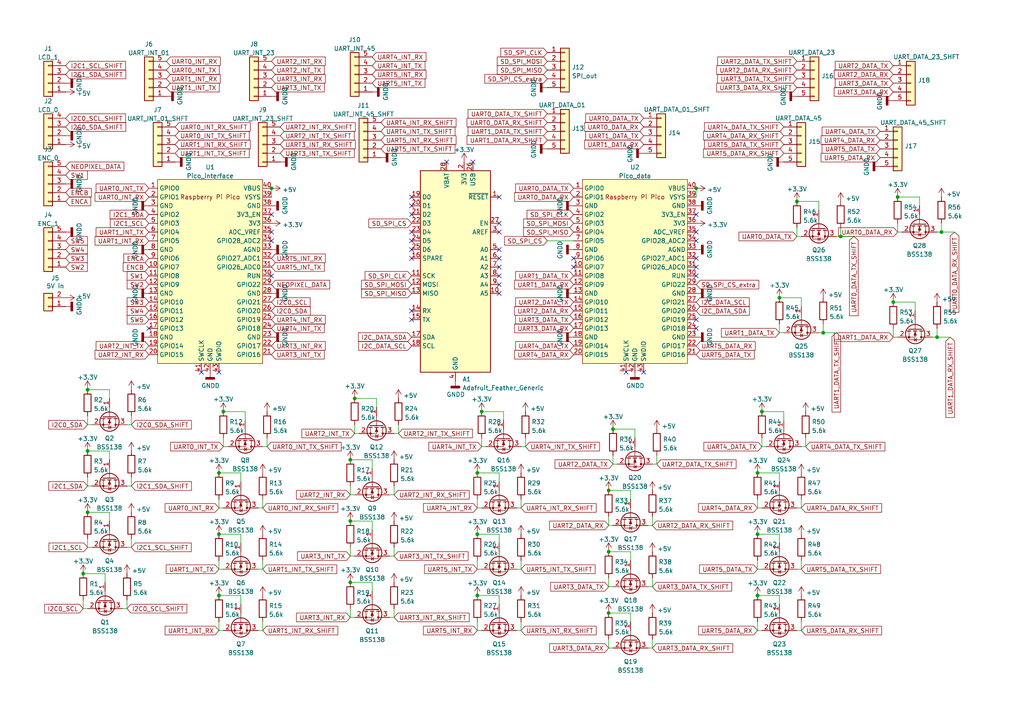
<source format=kicad_sch>
(kicad_sch (version 20211123) (generator eeschema)
  (paper "A4")
  (lib_symbols
    (symbol "Connector_Generic:Conn_01x02" (pin_names (offset 1.016) hide)
      (property "Reference" "J" (at 0 2.54 0))
      (property "Value" "Conn_01x02" (at 0 -5.08 0))
      (symbol "Conn_01x02_1_1"
        (pin passive line (at -5.08 0 0) (length 3.81) (name "Pin_1") (number "1"))
        (pin passive line (at -5.08 -2.54 0) (length 3.81) (name "Pin_2") (number "2"))
      )
    )
    (symbol "Connector_Generic:Conn_01x04" (pin_names (offset 1.016) hide)
      (property "Reference" "J" (at 0 5.08 0))
      (property "Value" "Conn_01x04" (at 0 -7.62 0))
      (symbol "Conn_01x04_1_1"
        (pin passive line (at -5.08 2.54 0) (length 3.81) (name "Pin_1") (number "1"))
        (pin passive line (at -5.08 0 0) (length 3.81) (name "Pin_2") (number "2"))
        (pin passive line (at -5.08 -2.54 0) (length 3.81) (name "Pin_3") (number "3"))
        (pin passive line (at -5.08 -5.08 0) (length 3.81) (name "Pin_4") (number "4"))
      )
    )
    (symbol "Connector_Generic:Conn_01x05" (pin_names (offset 1.016) hide)
      (property "Reference" "J" (at 0 7.62 0))
      (property "Value" "Conn_01x05" (at 0 -7.62 0))
      (symbol "Conn_01x05_1_1"
        (pin passive line (at -5.08 5.08 0) (length 3.81) (name "Pin_1") (number "1"))
        (pin passive line (at -5.08 2.54 0) (length 3.81) (name "Pin_2") (number "2"))
        (pin passive line (at -5.08 0 0) (length 3.81) (name "Pin_3") (number "3"))
        (pin passive line (at -5.08 -2.54 0) (length 3.81) (name "Pin_4") (number "4"))
        (pin passive line (at -5.08 -5.08 0) (length 3.81) (name "Pin_5") (number "5"))
      )
    )
    (symbol "Device:R" (pin_numbers hide) (pin_names (offset 0))
      (property "Reference" "R" (at 2.032 0 90))
      (property "Value" "R" (at 0 0 90))
      (symbol "R_1_1"
        (pin passive line (at 0 3.81 270) (length 1.27) (name "~") (number "1"))
        (pin passive line (at 0 -3.81 90) (length 1.27) (name "~") (number "2"))
      )
    )
    (symbol "MCU_Module:Adafruit_Feather_Generic"
      (property "Reference" "A" (at -10.16 29.21 0))
      (property "Value" "Adafruit_Feather_Generic" (at 2.54 -31.75 0))
      (symbol "Adafruit_Feather_Generic_1_1"
        (pin input line (at 12.7 20.32 180) (length 2.54) (name "~{RESET}") (number "1"))
        (pin bidirectional line (at 12.7 -7.62 180) (length 2.54) (name "A5") (number "10"))
        (pin bidirectional line (at -12.7 -2.54 0) (length 2.54) (name "SCK") (number "11"))
        (pin bidirectional line (at -12.7 -5.08 0) (length 2.54) (name "MOSI") (number "12"))
        (pin bidirectional line (at -12.7 -7.62 0) (length 2.54) (name "MISO") (number "13"))
        (pin bidirectional line (at -12.7 -12.7 0) (length 2.54) (name "RX") (number "14"))
        (pin bidirectional line (at -12.7 -15.24 0) (length 2.54) (name "TX") (number "15"))
        (pin bidirectional line (at -12.7 2.54 0) (length 2.54) (name "SPARE") (number "16"))
        (pin bidirectional line (at -12.7 -20.32 0) (length 2.54) (name "SDA") (number "17"))
        (pin bidirectional line (at -12.7 -22.86 0) (length 2.54) (name "SCL") (number "18"))
        (pin bidirectional line (at -12.7 20.32 0) (length 2.54) (name "D0") (number "19"))
        (pin power_in line (at 2.54 30.48 270) (length 2.54) (name "3V3") (number "2"))
        (pin bidirectional line (at -12.7 17.78 0) (length 2.54) (name "D1") (number "20"))
        (pin bidirectional line (at -12.7 15.24 0) (length 2.54) (name "D2") (number "21"))
        (pin bidirectional line (at -12.7 12.7 0) (length 2.54) (name "D3") (number "22"))
        (pin bidirectional line (at -12.7 10.16 0) (length 2.54) (name "D4") (number "23"))
        (pin bidirectional line (at -12.7 7.62 0) (length 2.54) (name "D5") (number "24"))
        (pin bidirectional line (at -12.7 5.08 0) (length 2.54) (name "D6") (number "25"))
        (pin power_in line (at 5.08 30.48 270) (length 2.54) (name "USB") (number "26"))
        (pin input line (at 12.7 12.7 180) (length 2.54) (name "EN") (number "27"))
        (pin power_in line (at -2.54 30.48 270) (length 2.54) (name "VBAT") (number "28"))
        (pin input line (at 12.7 10.16 180) (length 2.54) (name "AREF") (number "3"))
        (pin power_in line (at 0 -33.02 90) (length 2.54) (name "GND") (number "4"))
        (pin bidirectional line (at 12.7 5.08 180) (length 2.54) (name "A0") (number "5"))
        (pin bidirectional line (at 12.7 2.54 180) (length 2.54) (name "A1") (number "6"))
        (pin bidirectional line (at 12.7 0 180) (length 2.54) (name "A2") (number "7"))
        (pin bidirectional line (at 12.7 -2.54 180) (length 2.54) (name "A3") (number "8"))
        (pin bidirectional line (at 12.7 -5.08 180) (length 2.54) (name "A4") (number "9"))
      )
    )
    (symbol "MCU_RaspberryPi_and_Boards:Pico"
      (property "Reference" "U" (at -13.97 27.94 0))
      (property "Value" "Pico" (at 0 19.05 0))
      (symbol "Pico_0_0"
        (text "Raspberry Pi Pico" (at 0 21.59 0) (effects (font (size 1.27 1.27))))
      )
      (symbol "Pico_1_1"
        (pin bidirectional line (at -17.78 24.13 0) (length 2.54) (name "GPIO0") (number "1"))
        (pin bidirectional line (at -17.78 1.27 0) (length 2.54) (name "GPIO7") (number "10"))
        (pin bidirectional line (at -17.78 -1.27 0) (length 2.54) (name "GPIO8") (number "11"))
        (pin bidirectional line (at -17.78 -3.81 0) (length 2.54) (name "GPIO9") (number "12"))
        (pin power_in line (at -17.78 -6.35 0) (length 2.54) (name "GND") (number "13"))
        (pin bidirectional line (at -17.78 -8.89 0) (length 2.54) (name "GPIO10") (number "14"))
        (pin bidirectional line (at -17.78 -11.43 0) (length 2.54) (name "GPIO11") (number "15"))
        (pin bidirectional line (at -17.78 -13.97 0) (length 2.54) (name "GPIO12") (number "16"))
        (pin bidirectional line (at -17.78 -16.51 0) (length 2.54) (name "GPIO13") (number "17"))
        (pin power_in line (at -17.78 -19.05 0) (length 2.54) (name "GND") (number "18"))
        (pin bidirectional line (at -17.78 -21.59 0) (length 2.54) (name "GPIO14") (number "19"))
        (pin bidirectional line (at -17.78 21.59 0) (length 2.54) (name "GPIO1") (number "2"))
        (pin bidirectional line (at -17.78 -24.13 0) (length 2.54) (name "GPIO15") (number "20"))
        (pin bidirectional line (at 17.78 -24.13 180) (length 2.54) (name "GPIO16") (number "21"))
        (pin bidirectional line (at 17.78 -21.59 180) (length 2.54) (name "GPIO17") (number "22"))
        (pin power_in line (at 17.78 -19.05 180) (length 2.54) (name "GND") (number "23"))
        (pin bidirectional line (at 17.78 -16.51 180) (length 2.54) (name "GPIO18") (number "24"))
        (pin bidirectional line (at 17.78 -13.97 180) (length 2.54) (name "GPIO19") (number "25"))
        (pin bidirectional line (at 17.78 -11.43 180) (length 2.54) (name "GPIO20") (number "26"))
        (pin bidirectional line (at 17.78 -8.89 180) (length 2.54) (name "GPIO21") (number "27"))
        (pin power_in line (at 17.78 -6.35 180) (length 2.54) (name "GND") (number "28"))
        (pin bidirectional line (at 17.78 -3.81 180) (length 2.54) (name "GPIO22") (number "29"))
        (pin power_in line (at -17.78 19.05 0) (length 2.54) (name "GND") (number "3"))
        (pin input line (at 17.78 -1.27 180) (length 2.54) (name "RUN") (number "30"))
        (pin bidirectional line (at 17.78 1.27 180) (length 2.54) (name "GPIO26_ADC0") (number "31"))
        (pin bidirectional line (at 17.78 3.81 180) (length 2.54) (name "GPIO27_ADC1") (number "32"))
        (pin power_in line (at 17.78 6.35 180) (length 2.54) (name "AGND") (number "33"))
        (pin bidirectional line (at 17.78 8.89 180) (length 2.54) (name "GPIO28_ADC2") (number "34"))
        (pin power_in line (at 17.78 11.43 180) (length 2.54) (name "ADC_VREF") (number "35"))
        (pin power_in line (at 17.78 13.97 180) (length 2.54) (name "3V3") (number "36"))
        (pin input line (at 17.78 16.51 180) (length 2.54) (name "3V3_EN") (number "37"))
        (pin bidirectional line (at 17.78 19.05 180) (length 2.54) (name "GND") (number "38"))
        (pin power_in line (at 17.78 21.59 180) (length 2.54) (name "VSYS") (number "39"))
        (pin bidirectional line (at -17.78 16.51 0) (length 2.54) (name "GPIO2") (number "4"))
        (pin power_in line (at 17.78 24.13 180) (length 2.54) (name "VBUS") (number "40"))
        (pin input line (at -2.54 -29.21 90) (length 2.54) (name "SWCLK") (number "41"))
        (pin power_in line (at 0 -29.21 90) (length 2.54) (name "GND") (number "42"))
        (pin bidirectional line (at 2.54 -29.21 90) (length 2.54) (name "SWDIO") (number "43"))
        (pin bidirectional line (at -17.78 13.97 0) (length 2.54) (name "GPIO3") (number "5"))
        (pin bidirectional line (at -17.78 11.43 0) (length 2.54) (name "GPIO4") (number "6"))
        (pin bidirectional line (at -17.78 8.89 0) (length 2.54) (name "GPIO5") (number "7"))
        (pin power_in line (at -17.78 6.35 0) (length 2.54) (name "GND") (number "8"))
        (pin bidirectional line (at -17.78 3.81 0) (length 2.54) (name "GPIO6") (number "9"))
      )
    )
    (symbol "Transistor_FET:BSS138" (pin_names hide)
      (property "Reference" "Q" (at 5.08 1.905 0))
      (property "Value" "BSS138" (at 5.08 0 0))
      (symbol "BSS138_1_1"
        (pin input line (at -5.08 0 0) (length 2.54) (name "G") (number "1"))
        (pin passive line (at 2.54 -5.08 90) (length 2.54) (name "S") (number "2"))
        (pin passive line (at 2.54 5.08 270) (length 2.54) (name "D") (number "3"))
      )
    )
    (symbol "power:+3.3V" (power) (pin_names (offset 0))
      (property "Value" "+3.3V" (at 0 3.556 0))
      (symbol "+3.3V_1_1"
        (pin power_in line (at 0 0 90) (length 0) hide (name "+3.3V") (number "1"))
      )
    )
    (symbol "power:+5V" (power) (pin_names (offset 0))
      (property "Value" "+5V" (at 0 3.556 0))
      (symbol "+5V_1_1"
        (pin power_in line (at 0 0 90) (length 0) hide (name "+5V") (number "1"))
      )
    )
    (symbol "power:GNDD" (power) (pin_names (offset 0))
      (property "Value" "GNDD" (at 0 -3.175 0))
      (symbol "GNDD_1_1"
        (pin power_in line (at 0 0 270) (length 0) hide (name "GNDD") (number "1"))
      )
    )
  )
  (junction (at 220.98 119.38))
  (junction (at 138.43 172.72))
  (junction (at 176.53 142.24))
  (junction (at 243.84 68.58))
  (junction (at 101.6 151.13))
  (junction (at 63.5 172.72))
  (junction (at 231.14 58.42))
  (junction (at 219.71 137.16))
  (junction (at 259.08 87.63))
  (junction (at 176.53 177.8))
  (junction (at 138.43 137.16))
  (junction (at 25.4 130.81))
  (junction (at 24.13 166.37))
  (junction (at 138.43 154.94))
  (junction (at 25.4 148.59))
  (junction (at 260.35 57.15))
  (junction (at 219.71 154.94))
  (junction (at 238.76 96.52))
  (junction (at 219.71 172.72))
  (junction (at 101.6 133.35))
  (junction (at 63.5 137.16))
  (junction (at 139.7 119.38))
  (junction (at 78.74 54.61))
  (junction (at 176.53 160.02))
  (junction (at 177.8 124.46))
  (junction (at 273.05 67.31))
  (junction (at 64.77 119.38))
  (junction (at 25.4 113.03))
  (junction (at 63.5 154.94))
  (junction (at 271.78 97.79))
  (junction (at 102.87 115.57))
  (junction (at 101.6 168.91))
  (junction (at 201.93 54.61))
  (junction (at 226.06 86.36))
  (no_connect (at 43.18 95.25))
  (no_connect (at 78.74 62.23))
  (no_connect (at 78.74 67.31))
  (no_connect (at 78.74 69.85))
  (no_connect (at 119.38 57.15))
  (no_connect (at 119.38 59.69))
  (no_connect (at 119.38 62.23))
  (no_connect (at 119.38 67.31))
  (no_connect (at 119.38 69.85))
  (no_connect (at 144.78 57.15))
  (no_connect (at 144.78 67.31))
  (no_connect (at 144.78 64.77))
  (no_connect (at 78.74 80.01))
  (no_connect (at 119.38 90.17))
  (no_connect (at 119.38 92.71))
  (no_connect (at 119.38 72.39))
  (no_connect (at 119.38 74.93))
  (no_connect (at 144.78 72.39))
  (no_connect (at 144.78 85.09))
  (no_connect (at 144.78 77.47))
  (no_connect (at 144.78 74.93))
  (no_connect (at 144.78 82.55))
  (no_connect (at 144.78 80.01))
  (no_connect (at 166.37 74.93))
  (no_connect (at 166.37 77.47))
  (no_connect (at 137.16 46.99))
  (no_connect (at 58.42 107.95))
  (no_connect (at 63.5 107.95))
  (no_connect (at 201.93 95.25))
  (no_connect (at 201.93 92.71))
  (no_connect (at 201.93 80.01))
  (no_connect (at 201.93 62.23))
  (no_connect (at 201.93 74.93))
  (no_connect (at 201.93 69.85))
  (no_connect (at 201.93 67.31))
  (no_connect (at 201.93 77.47))
  (no_connect (at 181.61 107.95))
  (no_connect (at 186.69 107.95))
  (no_connect (at 129.54 46.99))
  (wire (pts (xy 107.95 135.89) (xy 107.95 133.35)))
  (wire (pts (xy 219.71 182.88) (xy 220.98 182.88)))
  (wire (pts (xy 237.49 58.42) (xy 231.14 58.42)))
  (wire (pts (xy 30.48 168.91) (xy 30.48 166.37)))
  (wire (pts (xy 232.41 88.9) (xy 232.41 86.36)))
  (wire (pts (xy 138.43 144.78) (xy 138.43 147.32)))
  (wire (pts (xy 189.23 185.42) (xy 189.23 187.96)))
  (wire (pts (xy 232.41 147.32) (xy 231.14 147.32)))
  (wire (pts (xy 184.15 127) (xy 184.15 124.46)))
  (wire (pts (xy 76.2 162.56) (xy 76.2 165.1)))
  (wire (pts (xy 139.7 127) (xy 139.7 129.54)))
  (wire (pts (xy 69.85 139.7) (xy 69.85 137.16)))
  (wire (pts (xy 25.4 158.75) (xy 26.67 158.75)))
  (wire (pts (xy 226.06 96.52) (xy 227.33 96.52)))
  (wire (pts (xy 64.77 129.54) (xy 66.04 129.54)))
  (wire (pts (xy 152.4 127) (xy 152.4 129.54)))
  (wire (pts (xy 238.76 96.52) (xy 237.49 96.52)))
  (wire (pts (xy 69.85 154.94) (xy 63.5 154.94)))
  (wire (pts (xy 265.43 90.17) (xy 265.43 87.63)))
  (wire (pts (xy 184.15 124.46) (xy 177.8 124.46)))
  (wire (pts (xy 25.4 138.43) (xy 25.4 140.97)))
  (wire (pts (xy 63.5 144.78) (xy 63.5 147.32)))
  (wire (pts (xy 151.13 180.34) (xy 151.13 182.88)))
  (wire (pts (xy 101.6 176.53) (xy 101.6 179.07)))
  (wire (pts (xy 266.7 59.69) (xy 266.7 57.15)))
  (wire (pts (xy 273.05 67.31) (xy 271.78 67.31)))
  (wire (pts (xy 219.71 147.32) (xy 220.98 147.32)))
  (wire (pts (xy 271.78 95.25) (xy 271.78 97.79)))
  (wire (pts (xy 38.1 156.21) (xy 38.1 158.75)))
  (wire (pts (xy 232.41 162.56) (xy 232.41 165.1)))
  (wire (pts (xy 115.57 125.73) (xy 114.3 125.73)))
  (wire (pts (xy 259.08 97.79) (xy 260.35 97.79)))
  (wire (pts (xy 226.06 137.16) (xy 219.71 137.16)))
  (wire (pts (xy 189.23 170.18) (xy 187.96 170.18)))
  (wire (pts (xy 144.78 137.16) (xy 138.43 137.16)))
  (wire (pts (xy 158.75 69.85) (xy 166.37 69.85)))
  (wire (pts (xy 71.12 119.38) (xy 64.77 119.38)))
  (wire (pts (xy 101.6 161.29) (xy 102.87 161.29)))
  (wire (pts (xy 36.83 176.53) (xy 35.56 176.53)))
  (wire (pts (xy 78.74 54.61) (xy 78.74 57.15)))
  (wire (pts (xy 102.87 123.19) (xy 102.87 125.73)))
  (wire (pts (xy 114.3 143.51) (xy 113.03 143.51)))
  (wire (pts (xy 31.75 133.35) (xy 31.75 130.81)))
  (wire (pts (xy 182.88 144.78) (xy 182.88 142.24)))
  (wire (pts (xy 144.78 172.72) (xy 138.43 172.72)))
  (wire (pts (xy 31.75 130.81) (xy 25.4 130.81)))
  (wire (pts (xy 231.14 68.58) (xy 232.41 68.58)))
  (wire (pts (xy 226.06 175.26) (xy 226.06 172.72)))
  (wire (pts (xy 182.88 160.02) (xy 176.53 160.02)))
  (wire (pts (xy 226.06 93.98) (xy 226.06 96.52)))
  (wire (pts (xy 219.71 180.34) (xy 219.71 182.88)))
  (wire (pts (xy 220.98 129.54) (xy 222.25 129.54)))
  (wire (pts (xy 31.75 148.59) (xy 25.4 148.59)))
  (wire (pts (xy 36.83 173.99) (xy 36.83 176.53)))
  (wire (pts (xy 144.78 175.26) (xy 144.78 172.72)))
  (wire (pts (xy 265.43 87.63) (xy 259.08 87.63)))
  (wire (pts (xy 232.41 144.78) (xy 232.41 147.32)))
  (wire (pts (xy 226.06 139.7) (xy 226.06 137.16)))
  (wire (pts (xy 151.13 162.56) (xy 151.13 165.1)))
  (wire (pts (xy 233.68 127) (xy 233.68 129.54)))
  (wire (pts (xy 146.05 119.38) (xy 139.7 119.38)))
  (wire (pts (xy 144.78 154.94) (xy 138.43 154.94)))
  (wire (pts (xy 227.33 121.92) (xy 227.33 119.38)))
  (wire (pts (xy 77.47 129.54) (xy 76.2 129.54)))
  (wire (pts (xy 69.85 157.48) (xy 69.85 154.94)))
  (wire (pts (xy 101.6 179.07) (xy 102.87 179.07)))
  (wire (pts (xy 226.06 172.72) (xy 219.71 172.72)))
  (wire (pts (xy 144.78 139.7) (xy 144.78 137.16)))
  (wire (pts (xy 182.88 180.34) (xy 182.88 177.8)))
  (wire (pts (xy 101.6 143.51) (xy 102.87 143.51)))
  (wire (pts (xy 138.43 162.56) (xy 138.43 165.1)))
  (wire (pts (xy 226.06 154.94) (xy 219.71 154.94)))
  (wire (pts (xy 138.43 165.1) (xy 139.7 165.1)))
  (wire (pts (xy 232.41 182.88) (xy 231.14 182.88)))
  (wire (pts (xy 115.57 123.19) (xy 115.57 125.73)))
  (wire (pts (xy 189.23 187.96) (xy 187.96 187.96)))
  (wire (pts (xy 176.53 185.42) (xy 176.53 187.96)))
  (wire (pts (xy 76.2 182.88) (xy 74.93 182.88)))
  (wire (pts (xy 76.2 165.1) (xy 74.93 165.1)))
  (wire (pts (xy 276.86 67.31) (xy 273.05 67.31)))
  (wire (pts (xy 237.49 60.96) (xy 237.49 58.42)))
  (wire (pts (xy 189.23 152.4) (xy 187.96 152.4)))
  (wire (pts (xy 109.22 118.11) (xy 109.22 115.57)))
  (wire (pts (xy 176.53 187.96) (xy 177.8 187.96)))
  (wire (pts (xy 232.41 86.36) (xy 226.06 86.36)))
  (wire (pts (xy 38.1 138.43) (xy 38.1 140.97)))
  (wire (pts (xy 266.7 57.15) (xy 260.35 57.15)))
  (wire (pts (xy 38.1 120.65) (xy 38.1 123.19)))
  (wire (pts (xy 31.75 115.57) (xy 31.75 113.03)))
  (wire (pts (xy 107.95 168.91) (xy 101.6 168.91)))
  (wire (pts (xy 219.71 162.56) (xy 219.71 165.1)))
  (wire (pts (xy 242.57 96.52) (xy 238.76 96.52)))
  (wire (pts (xy 30.48 166.37) (xy 24.13 166.37)))
  (wire (pts (xy 76.2 180.34) (xy 76.2 182.88)))
  (wire (pts (xy 114.3 176.53) (xy 114.3 179.07)))
  (wire (pts (xy 275.59 97.79) (xy 271.78 97.79)))
  (wire (pts (xy 38.1 140.97) (xy 36.83 140.97)))
  (wire (pts (xy 24.13 173.99) (xy 24.13 176.53)))
  (wire (pts (xy 76.2 144.78) (xy 76.2 147.32)))
  (wire (pts (xy 182.88 177.8) (xy 176.53 177.8)))
  (wire (pts (xy 182.88 162.56) (xy 182.88 160.02)))
  (wire (pts (xy 71.12 121.92) (xy 71.12 119.38)))
  (wire (pts (xy 63.5 162.56) (xy 63.5 165.1)))
  (wire (pts (xy 232.41 165.1) (xy 231.14 165.1)))
  (wire (pts (xy 24.13 176.53) (xy 25.4 176.53)))
  (wire (pts (xy 107.95 153.67) (xy 107.95 151.13)))
  (wire (pts (xy 63.5 180.34) (xy 63.5 182.88)))
  (wire (pts (xy 177.8 132.08) (xy 177.8 134.62)))
  (wire (pts (xy 114.3 140.97) (xy 114.3 143.51)))
  (wire (pts (xy 220.98 127) (xy 220.98 129.54)))
  (wire (pts (xy 31.75 151.13) (xy 31.75 148.59)))
  (wire (pts (xy 176.53 167.64) (xy 176.53 170.18)))
  (wire (pts (xy 227.33 119.38) (xy 220.98 119.38)))
  (wire (pts (xy 107.95 171.45) (xy 107.95 168.91)))
  (wire (pts (xy 107.95 133.35) (xy 101.6 133.35)))
  (wire (pts (xy 38.1 158.75) (xy 36.83 158.75)))
  (wire (pts (xy 152.4 129.54) (xy 151.13 129.54)))
  (wire (pts (xy 243.84 66.04) (xy 243.84 68.58)))
  (wire (pts (xy 139.7 129.54) (xy 140.97 129.54)))
  (wire (pts (xy 63.5 182.88) (xy 64.77 182.88)))
  (wire (pts (xy 63.5 147.32) (xy 64.77 147.32)))
  (wire (pts (xy 25.4 156.21) (xy 25.4 158.75)))
  (wire (pts (xy 190.5 134.62) (xy 189.23 134.62)))
  (wire (pts (xy 38.1 123.19) (xy 36.83 123.19)))
  (wire (pts (xy 273.05 64.77) (xy 273.05 67.31)))
  (wire (pts (xy 243.84 68.58) (xy 242.57 68.58)))
  (wire (pts (xy 219.71 144.78) (xy 219.71 147.32)))
  (wire (pts (xy 114.3 158.75) (xy 114.3 161.29)))
  (wire (pts (xy 69.85 175.26) (xy 69.85 172.72)))
  (wire (pts (xy 63.5 165.1) (xy 64.77 165.1)))
  (wire (pts (xy 176.53 152.4) (xy 177.8 152.4)))
  (wire (pts (xy 219.71 165.1) (xy 220.98 165.1)))
  (wire (pts (xy 69.85 172.72) (xy 63.5 172.72)))
  (wire (pts (xy 176.53 170.18) (xy 177.8 170.18)))
  (wire (pts (xy 176.53 149.86) (xy 176.53 152.4)))
  (wire (pts (xy 182.88 142.24) (xy 176.53 142.24)))
  (wire (pts (xy 114.3 179.07) (xy 113.03 179.07)))
  (wire (pts (xy 64.77 127) (xy 64.77 129.54)))
  (wire (pts (xy 77.47 127) (xy 77.47 129.54)))
  (wire (pts (xy 31.75 113.03) (xy 25.4 113.03)))
  (wire (pts (xy 151.13 147.32) (xy 149.86 147.32)))
  (wire (pts (xy 177.8 134.62) (xy 179.07 134.62)))
  (wire (pts (xy 102.87 125.73) (xy 104.14 125.73)))
  (wire (pts (xy 25.4 123.19) (xy 26.67 123.19)))
  (wire (pts (xy 109.22 115.57) (xy 102.87 115.57)))
  (wire (pts (xy 114.3 161.29) (xy 113.03 161.29)))
  (wire (pts (xy 260.35 64.77) (xy 260.35 67.31)))
  (wire (pts (xy 151.13 182.88) (xy 149.86 182.88)))
  (wire (pts (xy 144.78 157.48) (xy 144.78 154.94)))
  (wire (pts (xy 233.68 129.54) (xy 232.41 129.54)))
  (wire (pts (xy 69.85 137.16) (xy 63.5 137.16)))
  (wire (pts (xy 101.6 158.75) (xy 101.6 161.29)))
  (wire (pts (xy 189.23 167.64) (xy 189.23 170.18)))
  (wire (pts (xy 138.43 180.34) (xy 138.43 182.88)))
  (wire (pts (xy 151.13 144.78) (xy 151.13 147.32)))
  (wire (pts (xy 232.41 180.34) (xy 232.41 182.88)))
  (wire (pts (xy 25.4 140.97) (xy 26.67 140.97)))
  (wire (pts (xy 101.6 140.97) (xy 101.6 143.51)))
  (wire (pts (xy 238.76 93.98) (xy 238.76 96.52)))
  (wire (pts (xy 146.05 121.92) (xy 146.05 119.38)))
  (wire (pts (xy 107.95 151.13) (xy 101.6 151.13)))
  (wire (pts (xy 271.78 97.79) (xy 270.51 97.79)))
  (wire (pts (xy 259.08 95.25) (xy 259.08 97.79)))
  (wire (pts (xy 25.4 120.65) (xy 25.4 123.19)))
  (wire (pts (xy 76.2 147.32) (xy 74.93 147.32)))
  (wire (pts (xy 190.5 132.08) (xy 190.5 134.62)))
  (wire (pts (xy 201.93 54.61) (xy 201.93 57.15)))
  (wire (pts (xy 231.14 66.04) (xy 231.14 68.58)))
  (wire (pts (xy 138.43 182.88) (xy 139.7 182.88)))
  (wire (pts (xy 151.13 165.1) (xy 149.86 165.1)))
  (wire (pts (xy 247.65 68.58) (xy 243.84 68.58)))
  (wire (pts (xy 260.35 67.31) (xy 261.62 67.31)))
  (wire (pts (xy 226.06 157.48) (xy 226.06 154.94)))
  (wire (pts (xy 138.43 147.32) (xy 139.7 147.32)))
  (wire (pts (xy 189.23 149.86) (xy 189.23 152.4)))
  (global_label "SD_SPI_CS_extra" (shape input) (at 158.75 22.86 180) (property "Intersheet References" "${INTERSHEET_REFS}" (effects hide)))
  (global_label "SW5" (shape input) (at 43.18 92.71 180) (property "Intersheet References" "${INTERSHEET_REFS}" (effects hide)))
  (global_label "UART3_INT_RX_SHIFT" (shape input) (at 114.3 179.07 0) (property "Intersheet References" "${INTERSHEET_REFS}" (effects hide)))
  (global_label "UART4_INT_RX" (shape input) (at 78.74 92.71 0) (property "Intersheet References" "${INTERSHEET_REFS}" (effects hide)))
  (global_label "I2C1_SDA" (shape input) (at 25.4 140.97 180) (property "Intersheet References" "${INTERSHEET_REFS}" (effects hide)))
  (global_label "UART0_DATA_TX_SHIFT" (shape input) (at 158.75 33.02 180) (property "Intersheet References" "${INTERSHEET_REFS}" (effects hide)))
  (global_label "UART4_DATA_TX_SHIFT" (shape input) (at 233.68 129.54 0) (property "Intersheet References" "${INTERSHEET_REFS}" (effects hide)))
  (global_label "NEOPIXEL_DATA" (shape input) (at 19.05 48.26 0) (property "Intersheet References" "${INTERSHEET_REFS}" (effects hide)))
  (global_label "UART4_INT_TX" (shape input) (at 139.7 129.54 180) (property "Intersheet References" "${INTERSHEET_REFS}" (effects hide)))
  (global_label "UART5_DATA_TX_SHIFT" (shape input) (at 232.41 165.1 0) (property "Intersheet References" "${INTERSHEET_REFS}" (effects hide)))
  (global_label "UART2_DATA_RX_SHIFT" (shape input) (at 231.14 20.32 180) (property "Intersheet References" "${INTERSHEET_REFS}" (effects hide)))
  (global_label "UART4_INT_TX" (shape input) (at 107.95 19.05 0) (property "Intersheet References" "${INTERSHEET_REFS}" (effects hide)))
  (global_label "UART2_INT_RX_SHIFT" (shape input) (at 114.3 143.51 0) (property "Intersheet References" "${INTERSHEET_REFS}" (effects hide)))
  (global_label "UART0_DATA_TX" (shape input) (at 166.37 54.61 180) (property "Intersheet References" "${INTERSHEET_REFS}" (effects hide)))
  (global_label "UART5_INT_TX" (shape input) (at 78.74 77.47 0) (property "Intersheet References" "${INTERSHEET_REFS}" (effects hide)))
  (global_label "I2C0_SCL_SHIFT" (shape input) (at 19.05 34.29 0) (property "Intersheet References" "${INTERSHEET_REFS}" (effects hide)))
  (global_label "UART0_DATA_TX_SHIFT" (shape input) (at 247.65 68.58 270) (property "Intersheet References" "${INTERSHEET_REFS}" (effects hide)))
  (global_label "UART2_DATA_TX_SHIFT" (shape input) (at 231.14 17.78 180) (property "Intersheet References" "${INTERSHEET_REFS}" (effects hide)))
  (global_label "UART5_DATA_RX_SHIFT" (shape input) (at 232.41 182.88 0) (property "Intersheet References" "${INTERSHEET_REFS}" (effects hide)))
  (global_label "SD_SPI_MISO" (shape input) (at 119.38 85.09 180) (property "Intersheet References" "${INTERSHEET_REFS}" (effects hide)))
  (global_label "UART2_INT_TX" (shape input) (at 102.87 125.73 180) (property "Intersheet References" "${INTERSHEET_REFS}" (effects hide)))
  (global_label "SW4" (shape input) (at 19.05 72.39 0) (property "Intersheet References" "${INTERSHEET_REFS}" (effects hide)))
  (global_label "UART1_DATA_TX" (shape input) (at 166.37 80.01 180) (property "Intersheet References" "${INTERSHEET_REFS}" (effects hide)))
  (global_label "UART5_DATA_TX" (shape input) (at 255.27 43.18 180) (property "Intersheet References" "${INTERSHEET_REFS}" (effects hide)))
  (global_label "UART0_DATA_RX" (shape input) (at 166.37 57.15 180) (property "Intersheet References" "${INTERSHEET_REFS}" (effects hide)))
  (global_label "UART3_INT_TX" (shape input) (at 101.6 161.29 180) (property "Intersheet References" "${INTERSHEET_REFS}" (effects hide)))
  (global_label "UART3_DATA_TX" (shape input) (at 176.53 170.18 180) (property "Intersheet References" "${INTERSHEET_REFS}" (effects hide)))
  (global_label "UART4_DATA_RX" (shape input) (at 166.37 102.87 180) (property "Intersheet References" "${INTERSHEET_REFS}" (effects hide)))
  (global_label "SD_SPI_MOSI" (shape input) (at 119.38 82.55 180) (property "Intersheet References" "${INTERSHEET_REFS}" (effects hide)))
  (global_label "UART3_DATA_RX_SHIFT" (shape input) (at 231.14 25.4 180) (property "Intersheet References" "${INTERSHEET_REFS}" (effects hide)))
  (global_label "UART1_INT_RX" (shape input) (at 48.26 22.86 0) (property "Intersheet References" "${INTERSHEET_REFS}" (effects hide)))
  (global_label "I2C0_SCL_SHIFT" (shape input) (at 36.83 176.53 0) (property "Intersheet References" "${INTERSHEET_REFS}" (effects hide)))
  (global_label "UART3_INT_RX" (shape input) (at 78.74 22.86 0) (property "Intersheet References" "${INTERSHEET_REFS}" (effects hide)))
  (global_label "UART1_INT_TX" (shape input) (at 43.18 67.31 180) (property "Intersheet References" "${INTERSHEET_REFS}" (effects hide)))
  (global_label "UART1_DATA_TX" (shape input) (at 226.06 96.52 180) (property "Intersheet References" "${INTERSHEET_REFS}" (effects hide)))
  (global_label "I2C_DATA_SCL" (shape input) (at 201.93 87.63 0) (property "Intersheet References" "${INTERSHEET_REFS}" (effects hide)))
  (global_label "UART0_DATA_TX" (shape input) (at 186.69 34.29 180) (property "Intersheet References" "${INTERSHEET_REFS}" (effects hide)))
  (global_label "UART5_INT_RX_SHIFT" (shape input) (at 151.13 182.88 0) (property "Intersheet References" "${INTERSHEET_REFS}" (effects hide)))
  (global_label "UART3_DATA_RX" (shape input) (at 166.37 95.25 180) (property "Intersheet References" "${INTERSHEET_REFS}" (effects hide)))
  (global_label "SW1" (shape input) (at 43.18 80.01 180) (property "Intersheet References" "${INTERSHEET_REFS}" (effects hide)))
  (global_label "SW5" (shape input) (at 19.05 69.85 0) (property "Intersheet References" "${INTERSHEET_REFS}" (effects hide)))
  (global_label "UART4_INT_TX" (shape input) (at 78.74 95.25 0) (property "Intersheet References" "${INTERSHEET_REFS}" (effects hide)))
  (global_label "I2C0_SDA" (shape input) (at 25.4 123.19 180) (property "Intersheet References" "${INTERSHEET_REFS}" (effects hide)))
  (global_label "UART5_INT_RX" (shape input) (at 78.74 74.93 0) (property "Intersheet References" "${INTERSHEET_REFS}" (effects hide)))
  (global_label "UART1_DATA_RX" (shape input) (at 259.08 97.79 180) (property "Intersheet References" "${INTERSHEET_REFS}" (effects hide)))
  (global_label "UART4_DATA_TX_SHIFT" (shape input) (at 227.33 36.83 180) (property "Intersheet References" "${INTERSHEET_REFS}" (effects hide)))
  (global_label "I2C_DATA_SDA" (shape input) (at 201.93 90.17 0) (property "Intersheet References" "${INTERSHEET_REFS}" (effects hide)))
  (global_label "SD_SPI_CS" (shape input) (at 158.75 69.85 180) (property "Intersheet References" "${INTERSHEET_REFS}" (effects hide)))
  (global_label "UART4_DATA_RX" (shape input) (at 219.71 147.32 180) (property "Intersheet References" "${INTERSHEET_REFS}" (effects hide)))
  (global_label "UART2_INT_TX_SHIFT" (shape input) (at 115.57 125.73 0) (property "Intersheet References" "${INTERSHEET_REFS}" (effects hide)))
  (global_label "UART5_INT_TX_SHIFT" (shape input) (at 151.13 165.1 0) (property "Intersheet References" "${INTERSHEET_REFS}" (effects hide)))
  (global_label "UART4_DATA_TX" (shape input) (at 166.37 100.33 180) (property "Intersheet References" "${INTERSHEET_REFS}" (effects hide)))
  (global_label "I2C1_SCL" (shape input) (at 25.4 158.75 180) (property "Intersheet References" "${INTERSHEET_REFS}" (effects hide)))
  (global_label "UART1_INT_RX_SHIFT" (shape input) (at 50.8 41.91 0) (property "Intersheet References" "${INTERSHEET_REFS}" (effects hide)))
  (global_label "UART2_DATA_RX" (shape input) (at 166.37 90.17 180) (property "Intersheet References" "${INTERSHEET_REFS}" (effects hide)))
  (global_label "UART5_DATA_TX" (shape input) (at 201.93 102.87 0) (property "Intersheet References" "${INTERSHEET_REFS}" (effects hide)))
  (global_label "UART1_DATA_RX_SHIFT" (shape input) (at 158.75 40.64 180) (property "Intersheet References" "${INTERSHEET_REFS}" (effects hide)))
  (global_label "UART5_DATA_RX" (shape input) (at 219.71 182.88 180) (property "Intersheet References" "${INTERSHEET_REFS}" (effects hide)))
  (global_label "UART0_INT_TX_SHIFT" (shape input) (at 50.8 39.37 0) (property "Intersheet References" "${INTERSHEET_REFS}" (effects hide)))
  (global_label "UART4_INT_RX" (shape input) (at 138.43 147.32 180) (property "Intersheet References" "${INTERSHEET_REFS}" (effects hide)))
  (global_label "UART5_DATA_TX" (shape input) (at 219.71 165.1 180) (property "Intersheet References" "${INTERSHEET_REFS}" (effects hide)))
  (global_label "UART2_DATA_TX" (shape input) (at 259.08 19.05 180) (property "Intersheet References" "${INTERSHEET_REFS}" (effects hide)))
  (global_label "I2C1_SCL_SHIFT" (shape input) (at 38.1 158.75 0) (property "Intersheet References" "${INTERSHEET_REFS}" (effects hide)))
  (global_label "UART3_DATA_TX" (shape input) (at 166.37 92.71 180) (property "Intersheet References" "${INTERSHEET_REFS}" (effects hide)))
  (global_label "UART3_DATA_TX_SHIFT" (shape input) (at 231.14 22.86 180) (property "Intersheet References" "${INTERSHEET_REFS}" (effects hide)))
  (global_label "I2C0_SDA" (shape input) (at 78.74 90.17 0) (property "Intersheet References" "${INTERSHEET_REFS}" (effects hide)))
  (global_label "UART0_DATA_RX_SHIFT" (shape input) (at 158.75 35.56 180) (property "Intersheet References" "${INTERSHEET_REFS}" (effects hide)))
  (global_label "UART2_INT_RX" (shape input) (at 101.6 143.51 180) (property "Intersheet References" "${INTERSHEET_REFS}" (effects hide)))
  (global_label "UART4_INT_RX" (shape input) (at 107.95 16.51 0) (property "Intersheet References" "${INTERSHEET_REFS}" (effects hide)))
  (global_label "UART0_INT_RX" (shape input) (at 63.5 147.32 180) (property "Intersheet References" "${INTERSHEET_REFS}" (effects hide)))
  (global_label "UART0_INT_RX_SHIFT" (shape input) (at 76.2 147.32 0) (property "Intersheet References" "${INTERSHEET_REFS}" (effects hide)))
  (global_label "ENCB" (shape input) (at 19.05 55.88 0) (property "Intersheet References" "${INTERSHEET_REFS}" (effects hide)))
  (global_label "UART4_DATA_RX_SHIFT" (shape input) (at 227.33 39.37 180) (property "Intersheet References" "${INTERSHEET_REFS}" (effects hide)))
  (global_label "UART0_INT_TX_SHIFT" (shape input) (at 77.47 129.54 0) (property "Intersheet References" "${INTERSHEET_REFS}" (effects hide)))
  (global_label "UART3_INT_TX_SHIFT" (shape input) (at 81.28 44.45 0) (property "Intersheet References" "${INTERSHEET_REFS}" (effects hide)))
  (global_label "UART0_INT_RX" (shape input) (at 48.26 17.78 0) (property "Intersheet References" "${INTERSHEET_REFS}" (effects hide)))
  (global_label "UART3_DATA_TX" (shape input) (at 259.08 24.13 180) (property "Intersheet References" "${INTERSHEET_REFS}" (effects hide)))
  (global_label "I2C0_SDA_SHIFT" (shape input) (at 38.1 123.19 0) (property "Intersheet References" "${INTERSHEET_REFS}" (effects hide)))
  (global_label "UART5_INT_RX_SHIFT" (shape input) (at 110.49 40.64 0) (property "Intersheet References" "${INTERSHEET_REFS}" (effects hide)))
  (global_label "UART1_DATA_TX_SHIFT" (shape input) (at 242.57 96.52 270) (property "Intersheet References" "${INTERSHEET_REFS}" (effects hide)))
  (global_label "UART3_INT_TX" (shape input) (at 78.74 25.4 0) (property "Intersheet References" "${INTERSHEET_REFS}" (effects hide)))
  (global_label "I2C1_SCL" (shape input) (at 43.18 64.77 180) (property "Intersheet References" "${INTERSHEET_REFS}" (effects hide)))
  (global_label "UART1_DATA_TX_SHIFT" (shape input) (at 158.75 38.1 180) (property "Intersheet References" "${INTERSHEET_REFS}" (effects hide)))
  (global_label "UART0_INT_TX" (shape input) (at 43.18 54.61 180) (property "Intersheet References" "${INTERSHEET_REFS}" (effects hide)))
  (global_label "UART2_INT_RX" (shape input) (at 78.74 17.78 0) (property "Intersheet References" "${INTERSHEET_REFS}" (effects hide)))
  (global_label "UART5_DATA_RX" (shape input) (at 255.27 45.72 180) (property "Intersheet References" "${INTERSHEET_REFS}" (effects hide)))
  (global_label "UART3_DATA_TX_SHIFT" (shape input) (at 189.23 170.18 0) (property "Intersheet References" "${INTERSHEET_REFS}" (effects hide)))
  (global_label "UART1_INT_TX" (shape input) (at 63.5 165.1 180) (property "Intersheet References" "${INTERSHEET_REFS}" (effects hide)))
  (global_label "SD_SPI_CS" (shape input) (at 119.38 64.77 180) (property "Intersheet References" "${INTERSHEET_REFS}" (effects hide)))
  (global_label "I2C0_SCL" (shape input) (at 24.13 176.53 180) (property "Intersheet References" "${INTERSHEET_REFS}" (effects hide)))
  (global_label "UART1_DATA_RX_SHIFT" (shape input) (at 275.59 97.79 270) (property "Intersheet References" "${INTERSHEET_REFS}" (effects hide)))
  (global_label "UART4_DATA_TX" (shape input) (at 220.98 129.54 180) (property "Intersheet References" "${INTERSHEET_REFS}" (effects hide)))
  (global_label "UART3_INT_RX" (shape input) (at 101.6 179.07 180) (property "Intersheet References" "${INTERSHEET_REFS}" (effects hide)))
  (global_label "UART1_DATA_TX" (shape input) (at 186.69 39.37 180) (property "Intersheet References" "${INTERSHEET_REFS}" (effects hide)))
  (global_label "UART1_INT_RX" (shape input) (at 63.5 182.88 180) (property "Intersheet References" "${INTERSHEET_REFS}" (effects hide)))
  (global_label "I2C0_SDA_SHIFT" (shape input) (at 19.05 36.83 0) (property "Intersheet References" "${INTERSHEET_REFS}" (effects hide)))
  (global_label "UART5_INT_TX" (shape input) (at 107.95 24.13 0) (property "Intersheet References" "${INTERSHEET_REFS}" (effects hide)))
  (global_label "UART2_INT_RX" (shape input) (at 43.18 102.87 180) (property "Intersheet References" "${INTERSHEET_REFS}" (effects hide)))
  (global_label "I2C1_SDA" (shape input) (at 43.18 62.23 180) (property "Intersheet References" "${INTERSHEET_REFS}" (effects hide)))
  (global_label "UART2_DATA_RX" (shape input) (at 259.08 21.59 180) (property "Intersheet References" "${INTERSHEET_REFS}" (effects hide)))
  (global_label "UART5_INT_TX" (shape input) (at 138.43 165.1 180) (property "Intersheet References" "${INTERSHEET_REFS}" (effects hide)))
  (global_label "UART4_INT_TX_SHIFT" (shape input) (at 110.49 38.1 0) (property "Intersheet References" "${INTERSHEET_REFS}" (effects hide)))
  (global_label "ENCA" (shape input) (at 19.05 58.42 0) (property "Intersheet References" "${INTERSHEET_REFS}" (effects hide)))
  (global_label "SD_SPI_CLK" (shape input) (at 119.38 80.01 180) (property "Intersheet References" "${INTERSHEET_REFS}" (effects hide)))
  (global_label "UART4_DATA_RX_SHIFT" (shape input) (at 232.41 147.32 0) (property "Intersheet References" "${INTERSHEET_REFS}" (effects hide)))
  (global_label "SW1" (shape input) (at 19.05 50.8 0) (property "Intersheet References" "${INTERSHEET_REFS}" (effects hide)))
  (global_label "SW4" (shape input) (at 43.18 90.17 180) (property "Intersheet References" "${INTERSHEET_REFS}" (effects hide)))
  (global_label "SD_SPI_CLK" (shape input) (at 166.37 62.23 180) (property "Intersheet References" "${INTERSHEET_REFS}" (effects hide)))
  (global_label "UART1_DATA_RX" (shape input) (at 186.69 41.91 180) (property "Intersheet References" "${INTERSHEET_REFS}" (effects hide)))
  (global_label "UART5_INT_RX" (shape input) (at 138.43 182.88 180) (property "Intersheet References" "${INTERSHEET_REFS}" (effects hide)))
  (global_label "ENCB" (shape input) (at 43.18 77.47 180) (property "Intersheet References" "${INTERSHEET_REFS}" (effects hide)))
  (global_label "UART2_INT_TX" (shape input) (at 43.18 100.33 180) (property "Intersheet References" "${INTERSHEET_REFS}" (effects hide)))
  (global_label "UART4_INT_RX_SHIFT" (shape input) (at 151.13 147.32 0) (property "Intersheet References" "${INTERSHEET_REFS}" (effects hide)))
  (global_label "SD_SPI_CS_extra" (shape input) (at 201.93 82.55 0) (property "Intersheet References" "${INTERSHEET_REFS}" (effects hide)))
  (global_label "UART2_INT_RX_SHIFT" (shape input) (at 81.28 36.83 0) (property "Intersheet References" "${INTERSHEET_REFS}" (effects hide)))
  (global_label "UART2_DATA_TX" (shape input) (at 166.37 87.63 180) (property "Intersheet References" "${INTERSHEET_REFS}" (effects hide)))
  (global_label "SD_SPI_MISO" (shape input) (at 166.37 67.31 180) (property "Intersheet References" "${INTERSHEET_REFS}" (effects hide)))
  (global_label "UART3_INT_RX" (shape input) (at 78.74 100.33 0) (property "Intersheet References" "${INTERSHEET_REFS}" (effects hide)))
  (global_label "UART0_INT_RX" (shape input) (at 43.18 57.15 180) (property "Intersheet References" "${INTERSHEET_REFS}" (effects hide)))
  (global_label "SW2" (shape input) (at 19.05 77.47 0) (property "Intersheet References" "${INTERSHEET_REFS}" (effects hide)))
  (global_label "UART4_DATA_RX" (shape input) (at 255.27 40.64 180) (property "Intersheet References" "${INTERSHEET_REFS}" (effects hide)))
  (global_label "ENCA" (shape input) (at 43.18 74.93 180) (property "Intersheet References" "${INTERSHEET_REFS}" (effects hide)))
  (global_label "UART0_DATA_TX" (shape input) (at 231.14 68.58 180) (property "Intersheet References" "${INTERSHEET_REFS}" (effects hide)))
  (global_label "SD_SPI_MOSI" (shape input) (at 158.75 17.78 180) (property "Intersheet References" "${INTERSHEET_REFS}" (effects hide)))
  (global_label "UART2_DATA_TX" (shape input) (at 177.8 134.62 180) (property "Intersheet References" "${INTERSHEET_REFS}" (effects hide)))
  (global_label "UART0_INT_TX" (shape input) (at 64.77 129.54 180) (property "Intersheet References" "${INTERSHEET_REFS}" (effects hide)))
  (global_label "UART4_DATA_TX" (shape input) (at 255.27 38.1 180) (property "Intersheet References" "${INTERSHEET_REFS}" (effects hide)))
  (global_label "UART5_DATA_RX_SHIFT" (shape input) (at 227.33 44.45 180) (property "Intersheet References" "${INTERSHEET_REFS}" (effects hide)))
  (global_label "SD_SPI_MISO" (shape input) (at 158.75 20.32 180) (property "Intersheet References" "${INTERSHEET_REFS}" (effects hide)))
  (global_label "UART3_DATA_RX_SHIFT" (shape input) (at 189.23 187.96 0) (property "Intersheet References" "${INTERSHEET_REFS}" (effects hide)))
  (global_label "UART0_DATA_RX" (shape input) (at 260.35 67.31 180) (property "Intersheet References" "${INTERSHEET_REFS}" (effects hide)))
  (global_label "UART1_INT_RX_SHIFT" (shape input) (at 76.2 182.88 0) (property "Intersheet References" "${INTERSHEET_REFS}" (effects hide)))
  (global_label "UART0_INT_TX" (shape input) (at 48.26 20.32 0) (property "Intersheet References" "${INTERSHEET_REFS}" (effects hide)))
  (global_label "I2C1_SDA_SHIFT" (shape input) (at 38.1 140.97 0) (property "Intersheet References" "${INTERSHEET_REFS}" (effects hide)))
  (global_label "SD_SPI_CLK" (shape input) (at 158.75 15.24 180) (property "Intersheet References" "${INTERSHEET_REFS}" (effects hide)))
  (global_label "UART2_DATA_RX" (shape input) (at 176.53 152.4 180) (property "Intersheet References" "${INTERSHEET_REFS}" (effects hide)))
  (global_label "I2C0_SCL" (shape input) (at 78.74 87.63 0) (property "Intersheet References" "${INTERSHEET_REFS}" (effects hide)))
  (global_label "UART5_INT_TX_SHIFT" (shape input) (at 110.49 43.18 0) (property "Intersheet References" "${INTERSHEET_REFS}" (effects hide)))
  (global_label "UART3_DATA_RX" (shape input) (at 259.08 26.67 180) (property "Intersheet References" "${INTERSHEET_REFS}" (effects hide)))
  (global_label "UART0_DATA_RX_SHIFT" (shape input) (at 276.86 67.31 270) (property "Intersheet References" "${INTERSHEET_REFS}" (effects hide)))
  (global_label "UART5_DATA_RX" (shape input) (at 201.93 100.33 0) (property "Intersheet References" "${INTERSHEET_REFS}" (effects hide)))
  (global_label "SD_SPI_MOSI" (shape input) (at 166.37 64.77 180) (property "Intersheet References" "${INTERSHEET_REFS}" (effects hide)))
  (global_label "UART1_INT_TX" (shape input) (at 48.26 25.4 0) (property "Intersheet References" "${INTERSHEET_REFS}" (effects hide)))
  (global_label "UART1_DATA_RX" (shape input) (at 166.37 82.55 180) (property "Intersheet References" "${INTERSHEET_REFS}" (effects hide)))
  (global_label "UART3_INT_TX_SHIFT" (shape input) (at 114.3 161.29 0) (property "Intersheet References" "${INTERSHEET_REFS}" (effects hide)))
  (global_label "UART1_INT_RX" (shape input) (at 43.18 69.85 180) (property "Intersheet References" "${INTERSHEET_REFS}" (effects hide)))
  (global_label "I2C1_SDA_SHIFT" (shape input) (at 19.05 21.59 0) (property "Intersheet References" "${INTERSHEET_REFS}" (effects hide)))
  (global_label "UART1_INT_TX_SHIFT" (shape input) (at 50.8 44.45 0) (property "Intersheet References" "${INTERSHEET_REFS}" (effects hide)))
  (global_label "SW3" (shape input) (at 43.18 87.63 180) (property "Intersheet References" "${INTERSHEET_REFS}" (effects hide)))
  (global_label "UART0_INT_RX_SHIFT" (shape input) (at 50.8 36.83 0) (property "Intersheet References" "${INTERSHEET_REFS}" (effects hide)))
  (global_label "UART4_INT_TX_SHIFT" (shape input) (at 152.4 129.54 0) (property "Intersheet References" "${INTERSHEET_REFS}" (effects hide)))
  (global_label "UART3_DATA_RX" (shape input) (at 176.53 187.96 180) (property "Intersheet References" "${INTERSHEET_REFS}" (effects hide)))
  (global_label "UART2_INT_TX_SHIFT" (shape input) (at 81.28 39.37 0) (property "Intersheet References" "${INTERSHEET_REFS}" (effects hide)))
  (global_label "UART2_DATA_TX_SHIFT" (shape input) (at 190.5 134.62 0) (property "Intersheet References" "${INTERSHEET_REFS}" (effects hide)))
  (global_label "UART2_DATA_RX_SHIFT" (shape input) (at 189.23 152.4 0) (property "Intersheet References" "${INTERSHEET_REFS}" (effects hide)))
  (global_label "I2C_DATA_SCL" (shape input) (at 119.38 100.33 180) (property "Intersheet References" "${INTERSHEET_REFS}" (effects hide)))
  (global_label "UART5_DATA_TX_SHIFT" (shape input) (at 227.33 41.91 180) (property "Intersheet References" "${INTERSHEET_REFS}" (effects hide)))
  (global_label "NEOPIXEL_DATA" (shape input) (at 78.74 82.55 0) (property "Intersheet References" "${INTERSHEET_REFS}" (effects hide)))
  (global_label "SW3" (shape input) (at 19.05 74.93 0) (property "Intersheet References" "${INTERSHEET_REFS}" (effects hide)))
  (global_label "UART2_INT_TX" (shape input) (at 78.74 20.32 0) (property "Intersheet References" "${INTERSHEET_REFS}" (effects hide)))
  (global_label "I2C_DATA_SDA" (shape input) (at 119.38 97.79 180) (property "Intersheet References" "${INTERSHEET_REFS}" (effects hide)))
  (global_label "UART0_DATA_RX" (shape input) (at 186.69 36.83 180) (property "Intersheet References" "${INTERSHEET_REFS}" (effects hide)))
  (global_label "UART5_INT_RX" (shape input) (at 107.95 21.59 0) (property "Intersheet References" "${INTERSHEET_REFS}" (effects hide)))
  (global_label "UART4_INT_RX_SHIFT" (shape input) (at 110.49 35.56 0) (property "Intersheet References" "${INTERSHEET_REFS}" (effects hide)))
  (global_label "UART3_INT_TX" (shape input) (at 78.74 102.87 0) (property "Intersheet References" "${INTERSHEET_REFS}" (effects hide)))
  (global_label "SW2" (shape input) (at 43.18 82.55 180) (property "Intersheet References" "${INTERSHEET_REFS}" (effects hide)))
  (global_label "I2C1_SCL_SHIFT" (shape input) (at 19.05 19.05 0) (property "Intersheet References" "${INTERSHEET_REFS}" (effects hide)))
  (global_label "UART1_INT_TX_SHIFT" (shape input) (at 76.2 165.1 0) (property "Intersheet References" "${INTERSHEET_REFS}" (effects hide)))
  (global_label "UART3_INT_RX_SHIFT" (shape input) (at 81.28 41.91 0) (property "Intersheet References" "${INTERSHEET_REFS}" (effects hide)))
  (symbol (lib_id "power:+5V") (at 114.3 133.35 0) (unit 1)
    (property "Reference" "#PWR046" (effects hide))
    (property "Value" "+5V" (at 115.697 132.5138 0) (effects (justify left)))
  )
  (symbol (lib_id "power:+5V") (at 77.47 119.38 0) (unit 1)
    (property "Reference" "#PWR031" (effects hide))
    (property "Value" "+5V" (at 78.867 118.5438 0) (effects (justify left)))
  )
  (symbol (lib_id "power:GNDD") (at 78.74 59.69 90) (unit 1)
    (property "Reference" "#PWR034" (effects hide))
    (property "Value" "GNDD" (at 82.677 59.5884 0))
  )
  (symbol (lib_id "power:+3.3V") (at 101.6 133.35 0) (unit 1)
    (property "Reference" "#PWR040" (effects hide))
    (property "Value" "+3.3V" (at 101.6 129.7742 0))
  )
  (symbol (lib_id "Transistor_FET:BSS138") (at 226.06 180.34 270) (unit 1)
    (property "Reference" "Q23" (at 226.06 186.8154 90))
    (property "Value" "BSS138" (at 226.06 189.3523 90))
    (property "Footprint" "Package_TO_SOT_SMD:SOT-23" (effects hide))
    (property "Datasheet" "https://www.onsemi.com/pub/Collateral/BSS138-D.PDF" (effects hide))
  )
  (symbol (lib_id "power:+5V") (at 78.74 54.61 270) (unit 1)
    (property "Reference" "#PWR033" (effects hide))
    (property "Value" "+5V" (at 81.915 55.0438 90) (effects (justify left)))
  )
  (symbol (lib_id "Device:R") (at 76.2 158.75 0) (unit 1)
    (property "Reference" "R14" (at 77.978 157.9153 0) (effects (justify left)))
    (property "Value" "5.6k" (at 77.978 160.4522 0) (effects (justify left)))
    (property "Footprint" "Resistor_SMD:R_0603_1608Metric_Pad0.98x0.95mm_HandSolder" (effects hide))
  )
  (symbol (lib_id "Device:R") (at 226.06 90.17 0) (unit 1)
    (property "Reference" "R45" (at 227.838 89.3353 0) (effects (justify left)))
    (property "Value" "5.6k" (at 227.838 91.8722 0) (effects (justify left)))
    (property "Footprint" "Resistor_SMD:R_0603_1608Metric_Pad0.98x0.95mm_HandSolder" (effects hide))
  )
  (symbol (lib_id "power:GNDD") (at 19.05 53.34 90) (unit 1)
    (property "Reference" "#PWR05" (effects hide))
    (property "Value" "GNDD" (at 22.987 53.2384 0))
  )
  (symbol (lib_id "Transistor_FET:BSS138") (at 107.95 140.97 270) (unit 1)
    (property "Reference" "Q9" (at 107.95 147.4454 90))
    (property "Value" "BSS138" (at 107.95 149.9823 90))
    (property "Footprint" "Package_TO_SOT_SMD:SOT-23" (effects hide))
    (property "Datasheet" "https://www.onsemi.com/pub/Collateral/BSS138-D.PDF" (effects hide))
  )
  (symbol (lib_id "Device:R") (at 24.13 170.18 0) (unit 1)
    (property "Reference" "R1" (at 25.908 169.3453 0) (effects (justify left)))
    (property "Value" "5.6k" (at 25.908 171.8822 0) (effects (justify left)))
    (property "Footprint" "Resistor_SMD:R_0603_1608Metric_Pad0.98x0.95mm_HandSolder" (effects hide))
  )
  (symbol (lib_id "Device:R") (at 233.68 123.19 0) (unit 1)
    (property "Reference" "R50" (at 235.458 122.3553 0) (effects (justify left)))
    (property "Value" "5.6k" (at 235.458 124.8922 0) (effects (justify left)))
    (property "Footprint" "Resistor_SMD:R_0603_1608Metric_Pad0.98x0.95mm_HandSolder" (effects hide))
  )
  (symbol (lib_id "power:+5V") (at 19.05 26.67 270) (unit 1)
    (property "Reference" "#PWR02" (effects hide))
    (property "Value" "+5V" (at 22.225 27.1038 90) (effects (justify left)))
  )
  (symbol (lib_id "Device:R") (at 232.41 140.97 0) (unit 1)
    (property "Reference" "R47" (at 234.188 140.1353 0) (effects (justify left)))
    (property "Value" "5.6k" (at 234.188 142.6722 0) (effects (justify left)))
    (property "Footprint" "Resistor_SMD:R_0603_1608Metric_Pad0.98x0.95mm_HandSolder" (effects hide))
  )
  (symbol (lib_id "power:+5V") (at 76.2 172.72 0) (unit 1)
    (property "Reference" "#PWR030" (effects hide))
    (property "Value" "+5V" (at 77.597 171.8838 0) (effects (justify left)))
  )
  (symbol (lib_id "power:+3.3V") (at 63.5 172.72 0) (unit 1)
    (property "Reference" "#PWR026" (effects hide))
    (property "Value" "+3.3V" (at 63.5 169.1442 0))
  )
  (symbol (lib_id "power:GNDD") (at 81.28 46.99 90) (unit 1)
    (property "Reference" "#PWR039" (effects hide))
    (property "Value" "GNDD" (at 85.217 46.8884 0))
  )
  (symbol (lib_id "power:GNDD") (at 231.14 27.94 270) (unit 1)
    (property "Reference" "#PWR088" (effects hide))
    (property "Value" "GNDD" (at 227.203 28.0416 0))
  )
  (symbol (lib_id "power:+3.3V") (at 63.5 154.94 0) (unit 1)
    (property "Reference" "#PWR025" (effects hide))
    (property "Value" "+3.3V" (at 63.5 151.3642 0))
  )
  (symbol (lib_id "Connector_Generic:Conn_01x05") (at 191.77 39.37 0) (unit 1)
    (property "Reference" "J14" (at 193.802 38.5353 0) (effects (justify left)))
    (property "Value" "UART_DATA_01_SHFT" (at 186.69 31.75 0) (effects (justify left)))
    (property "Footprint" "SamacSys_Parts:1881587" (effects hide))
  )
  (symbol (lib_id "Transistor_FET:BSS138") (at 30.48 173.99 270) (unit 1)
    (property "Reference" "Q1" (at 30.48 180.4654 90))
    (property "Value" "BSS138" (at 30.48 183.0023 90))
    (property "Footprint" "Package_TO_SOT_SMD:SOT-23" (effects hide))
    (property "Datasheet" "https://www.onsemi.com/pub/Collateral/BSS138-D.PDF" (effects hide))
  )
  (symbol (lib_id "Device:R") (at 259.08 91.44 0) (unit 1)
    (property "Reference" "R53" (at 260.858 90.6053 0) (effects (justify left)))
    (property "Value" "5.6k" (at 260.858 93.1422 0) (effects (justify left)))
    (property "Footprint" "Resistor_SMD:R_0603_1608Metric_Pad0.98x0.95mm_HandSolder" (effects hide))
  )
  (symbol (lib_id "Device:R") (at 138.43 176.53 0) (unit 1)
    (property "Reference" "R27" (at 140.208 175.6953 0) (effects (justify left)))
    (property "Value" "5.6k" (at 140.208 178.2322 0) (effects (justify left)))
    (property "Footprint" "Resistor_SMD:R_0603_1608Metric_Pad0.98x0.95mm_HandSolder" (effects hide))
  )
  (symbol (lib_id "power:GNDD") (at 50.8 46.99 90) (unit 1)
    (property "Reference" "#PWR022" (effects hide))
    (property "Value" "GNDD" (at 54.737 46.8884 0))
  )
  (symbol (lib_id "Transistor_FET:BSS138") (at 182.88 149.86 270) (unit 1)
    (property "Reference" "Q17" (at 182.88 156.3354 90))
    (property "Value" "BSS138" (at 182.88 158.8723 90))
    (property "Footprint" "Package_TO_SOT_SMD:SOT-23" (effects hide))
    (property "Datasheet" "https://www.onsemi.com/pub/Collateral/BSS138-D.PDF" (effects hide))
  )
  (symbol (lib_id "Device:R") (at 63.5 176.53 0) (unit 1)
    (property "Reference" "R11" (at 65.278 175.6953 0) (effects (justify left)))
    (property "Value" "5.6k" (at 65.278 178.2322 0) (effects (justify left)))
    (property "Footprint" "Resistor_SMD:R_0603_1608Metric_Pad0.98x0.95mm_HandSolder" (effects hide))
  )
  (symbol (lib_id "Transistor_FET:BSS138") (at 182.88 185.42 270) (unit 1)
    (property "Reference" "Q19" (at 182.88 191.8954 90))
    (property "Value" "BSS138" (at 182.88 194.4323 90))
    (property "Footprint" "Package_TO_SOT_SMD:SOT-23" (effects hide))
    (property "Datasheet" "https://www.onsemi.com/pub/Collateral/BSS138-D.PDF" (effects hide))
  )
  (symbol (lib_id "Device:R") (at 260.35 60.96 0) (unit 1)
    (property "Reference" "R54" (at 262.128 60.1253 0) (effects (justify left)))
    (property "Value" "5.6k" (at 262.128 62.6622 0) (effects (justify left)))
    (property "Footprint" "Resistor_SMD:R_0603_1608Metric_Pad0.98x0.95mm_HandSolder" (effects hide))
  )
  (symbol (lib_id "power:+3.3V") (at 24.13 166.37 0) (unit 1)
    (property "Reference" "#PWR09" (effects hide))
    (property "Value" "+3.3V" (at 24.13 162.7942 0))
  )
  (symbol (lib_id "power:GNDD") (at 78.74 85.09 90) (unit 1)
    (property "Reference" "#PWR037" (effects hide))
    (property "Value" "GNDD" (at 82.677 84.9884 0))
  )
  (symbol (lib_id "Connector_Generic:Conn_01x04") (at 13.97 24.13 180) (unit 1)
    (property "Reference" "J1" (at 13.97 14.0802 0))
    (property "Value" "LCD_1" (at 13.97 16.6171 0))
    (property "Footprint" "SamacSys_Parts:1963557" (effects hide))
  )
  (symbol (lib_id "power:GNDD") (at 43.18 85.09 270) (unit 1)
    (property "Reference" "#PWR019" (effects hide))
    (property "Value" "GNDD" (at 39.243 85.1916 0))
  )
  (symbol (lib_id "Device:R") (at 176.53 163.83 0) (unit 1)
    (property "Reference" "R34" (at 178.308 162.9953 0) (effects (justify left)))
    (property "Value" "5.6k" (at 178.308 165.5322 0) (effects (justify left)))
    (property "Footprint" "Resistor_SMD:R_0603_1608Metric_Pad0.98x0.95mm_HandSolder" (effects hide))
  )
  (symbol (lib_id "Device:R") (at 64.77 123.19 0) (unit 1)
    (property "Reference" "R12" (at 66.548 122.3553 0) (effects (justify left)))
    (property "Value" "5.6k" (at 66.548 124.8922 0) (effects (justify left)))
    (property "Footprint" "Resistor_SMD:R_0603_1608Metric_Pad0.98x0.95mm_HandSolder" (effects hide))
  )
  (symbol (lib_id "Transistor_FET:BSS138") (at 237.49 66.04 270) (unit 1)
    (property "Reference" "Q26" (at 237.49 72.5154 90))
    (property "Value" "BSS138" (at 237.49 75.0523 90))
    (property "Footprint" "Package_TO_SOT_SMD:SOT-23" (effects hide))
    (property "Datasheet" "https://www.onsemi.com/pub/Collateral/BSS138-D.PDF" (effects hide))
  )
  (symbol (lib_id "power:+3.3V") (at 25.4 148.59 0) (unit 1)
    (property "Reference" "#PWR012" (effects hide))
    (property "Value" "+3.3V" (at 25.4 145.0142 0))
  )
  (symbol (lib_id "power:+3.3V") (at 25.4 130.81 0) (unit 1)
    (property "Reference" "#PWR011" (effects hide))
    (property "Value" "+3.3V" (at 25.4 127.2342 0))
  )
  (symbol (lib_id "Connector_Generic:Conn_01x05") (at 163.83 20.32 0) (unit 1)
    (property "Reference" "J12" (at 165.862 19.4853 0) (effects (justify left)))
    (property "Value" "SPI_out" (at 165.862 22.0222 0) (effects (justify left)))
    (property "Footprint" "SamacSys_Parts:1881587" (effects hide))
  )
  (symbol (lib_id "Connector_Generic:Conn_01x05") (at 76.2 41.91 180) (unit 1)
    (property "Reference" "J9" (at 76.2 31.8602 0))
    (property "Value" "UART_INT_23_SHFT" (at 76.2 34.3971 0))
    (property "Footprint" "SamacSys_Parts:1881587" (effects hide))
  )
  (symbol (lib_id "Device:R") (at 138.43 140.97 0) (unit 1)
    (property "Reference" "R25" (at 140.208 140.1353 0) (effects (justify left)))
    (property "Value" "5.6k" (at 140.208 142.6722 0) (effects (justify left)))
    (property "Footprint" "Resistor_SMD:R_0603_1608Metric_Pad0.98x0.95mm_HandSolder" (effects hide))
  )
  (symbol (lib_id "power:+5V") (at 115.57 115.57 0) (unit 1)
    (property "Reference" "#PWR049" (effects hide))
    (property "Value" "+5V" (at 116.967 114.7338 0) (effects (justify left)))
  )
  (symbol (lib_id "Device:R") (at 232.41 158.75 0) (unit 1)
    (property "Reference" "R48" (at 234.188 157.9153 0) (effects (justify left)))
    (property "Value" "5.6k" (at 234.188 160.4522 0) (effects (justify left)))
    (property "Footprint" "Resistor_SMD:R_0603_1608Metric_Pad0.98x0.95mm_HandSolder" (effects hide))
  )
  (symbol (lib_id "power:+5V") (at 232.41 172.72 0) (unit 1)
    (property "Reference" "#PWR092" (effects hide))
    (property "Value" "+5V" (at 233.807 171.8838 0) (effects (justify left)))
  )
  (symbol (lib_id "power:GNDD") (at 43.18 97.79 270) (unit 1)
    (property "Reference" "#PWR020" (effects hide))
    (property "Value" "GNDD" (at 39.243 97.8916 0))
  )
  (symbol (lib_id "power:GNDD") (at 201.93 97.79 90) (unit 1)
    (property "Reference" "#PWR081" (effects hide))
    (property "Value" "GNDD" (at 205.867 97.6884 0))
  )
  (symbol (lib_id "Transistor_FET:BSS138") (at 146.05 127 270) (unit 1)
    (property "Reference" "Q16" (at 146.05 133.4754 90))
    (property "Value" "BSS138" (at 146.05 136.0123 90))
    (property "Footprint" "Package_TO_SOT_SMD:SOT-23" (effects hide))
    (property "Datasheet" "https://www.onsemi.com/pub/Collateral/BSS138-D.PDF" (effects hide))
  )
  (symbol (lib_id "Device:R") (at 220.98 123.19 0) (unit 1)
    (property "Reference" "R44" (at 222.758 122.3553 0) (effects (justify left)))
    (property "Value" "5.6k" (at 222.758 124.8922 0) (effects (justify left)))
    (property "Footprint" "Resistor_SMD:R_0603_1608Metric_Pad0.98x0.95mm_HandSolder" (effects hide))
  )
  (symbol (lib_id "Transistor_FET:BSS138") (at 69.85 162.56 270) (unit 1)
    (property "Reference" "Q6" (at 69.85 169.0354 90))
    (property "Value" "BSS138" (at 69.85 171.5723 90))
    (property "Footprint" "Package_TO_SOT_SMD:SOT-23" (effects hide))
    (property "Datasheet" "https://www.onsemi.com/pub/Collateral/BSS138-D.PDF" (effects hide))
  )
  (symbol (lib_id "power:+5V") (at 114.3 168.91 0) (unit 1)
    (property "Reference" "#PWR048" (effects hide))
    (property "Value" "+5V" (at 115.697 168.0738 0) (effects (justify left)))
  )
  (symbol (lib_id "power:GNDD") (at 255.27 48.26 270) (unit 1)
    (property "Reference" "#PWR096" (effects hide))
    (property "Value" "GNDD" (at 251.333 48.3616 0))
  )
  (symbol (lib_id "power:+3.3V") (at 138.43 172.72 0) (unit 1)
    (property "Reference" "#PWR054" (effects hide))
    (property "Value" "+3.3V" (at 138.43 169.1442 0))
  )
  (symbol (lib_id "Connector_Generic:Conn_01x04") (at 13.97 39.37 180) (unit 1)
    (property "Reference" "J2" (at 13.97 29.3202 0))
    (property "Value" "LCD_0" (at 13.97 31.8571 0))
    (property "Footprint" "SamacSys_Parts:1963557" (effects hide))
  )
  (symbol (lib_id "power:+3.3V") (at 139.7 119.38 0) (unit 1)
    (property "Reference" "#PWR055" (effects hide))
    (property "Value" "+3.3V" (at 139.7 115.8042 0))
  )
  (symbol (lib_id "Transistor_FET:BSS138") (at 266.7 64.77 270) (unit 1)
    (property "Reference" "Q28" (at 266.7 71.2454 90))
    (property "Value" "BSS138" (at 266.7 73.7823 90))
    (property "Footprint" "Package_TO_SOT_SMD:SOT-23" (effects hide))
    (property "Datasheet" "https://www.onsemi.com/pub/Collateral/BSS138-D.PDF" (effects hide))
  )
  (symbol (lib_id "Device:R") (at 238.76 90.17 0) (unit 1)
    (property "Reference" "R51" (at 240.538 89.3353 0) (effects (justify left)))
    (property "Value" "5.6k" (at 240.538 91.8722 0) (effects (justify left)))
    (property "Footprint" "Resistor_SMD:R_0603_1608Metric_Pad0.98x0.95mm_HandSolder" (effects hide))
  )
  (symbol (lib_id "power:+5V") (at 76.2 137.16 0) (unit 1)
    (property "Reference" "#PWR028" (effects hide))
    (property "Value" "+5V" (at 77.597 136.3238 0) (effects (justify left)))
  )
  (symbol (lib_id "MCU_RaspberryPi_and_Boards:Pico") (at 60.96 78.74 0) (unit 1)
    (property "Reference" "U1" (at 60.96 48.4972 0))
    (property "Value" "Pico_interface" (at 60.96 51.0341 0))
    (property "Footprint" "MCU_RaspberryPi_and_Boards:RPi_Pico_SMD_TH" (effects hide))
  )
  (symbol (lib_id "Transistor_FET:BSS138") (at 109.22 123.19 270) (unit 1)
    (property "Reference" "Q12" (at 109.22 129.6654 90))
    (property "Value" "BSS138" (at 109.22 132.2023 90))
    (property "Footprint" "Package_TO_SOT_SMD:SOT-23" (effects hide))
    (property "Datasheet" "https://www.onsemi.com/pub/Collateral/BSS138-D.PDF" (effects hide))
  )
  (symbol (lib_id "Connector_Generic:Conn_01x05") (at 45.72 41.91 180) (unit 1)
    (property "Reference" "J7" (at 45.72 31.8602 0))
    (property "Value" "UART_INT_01_SHFT" (at 45.72 34.3971 0))
    (property "Footprint" "SamacSys_Parts:1881587" (effects hide))
  )
  (symbol (lib_id "Connector_Generic:Conn_01x05") (at 236.22 22.86 0) (unit 1)
    (property "Reference" "J16" (at 238.252 22.0253 0) (effects (justify left)))
    (property "Value" "UART_DATA_23" (at 228.6 15.24 0) (effects (justify left)))
    (property "Footprint" "SamacSys_Parts:1881587" (effects hide))
  )
  (symbol (lib_id "Device:R") (at 152.4 123.19 0) (unit 1)
    (property "Reference" "R32" (at 154.178 122.3553 0) (effects (justify left)))
    (property "Value" "5.6k" (at 154.178 124.8922 0) (effects (justify left)))
    (property "Footprint" "Resistor_SMD:R_0603_1608Metric_Pad0.98x0.95mm_HandSolder" (effects hide))
  )
  (symbol (lib_id "Transistor_FET:BSS138") (at 182.88 167.64 270) (unit 1)
    (property "Reference" "Q18" (at 182.88 174.1154 90))
    (property "Value" "BSS138" (at 182.88 176.6523 90))
    (property "Footprint" "Package_TO_SOT_SMD:SOT-23" (effects hide))
    (property "Datasheet" "https://www.onsemi.com/pub/Collateral/BSS138-D.PDF" (effects hide))
  )
  (symbol (lib_id "power:+5V") (at 189.23 142.24 0) (unit 1)
    (property "Reference" "#PWR072" (effects hide))
    (property "Value" "+5V" (at 190.627 141.4038 0) (effects (justify left)))
  )
  (symbol (lib_id "power:+3.3V") (at 177.8 124.46 0) (unit 1)
    (property "Reference" "#PWR069" (effects hide))
    (property "Value" "+3.3V" (at 177.8 120.8842 0))
  )
  (symbol (lib_id "power:+3.3V") (at 219.71 154.94 0) (unit 1)
    (property "Reference" "#PWR083" (effects hide))
    (property "Value" "+3.3V" (at 219.71 151.3642 0))
  )
  (symbol (lib_id "Connector_Generic:Conn_01x05") (at 163.83 38.1 0) (unit 1)
    (property "Reference" "J13" (at 165.862 37.2653 0) (effects (justify left)))
    (property "Value" "UART_DATA_01" (at 156.21 30.48 0) (effects (justify left)))
    (property "Footprint" "SamacSys_Parts:1881587" (effects hide))
  )
  (symbol (lib_id "power:+5V") (at 38.1 130.81 0) (unit 1)
    (property "Reference" "#PWR015" (effects hide))
    (property "Value" "+5V" (at 39.497 129.9738 0) (effects (justify left)))
  )
  (symbol (lib_id "Device:R") (at 243.84 62.23 0) (unit 1)
    (property "Reference" "R52" (at 245.618 61.3953 0) (effects (justify left)))
    (property "Value" "5.6k" (at 245.618 63.9322 0) (effects (justify left)))
    (property "Footprint" "Resistor_SMD:R_0603_1608Metric_Pad0.98x0.95mm_HandSolder" (effects hide))
  )
  (symbol (lib_id "power:+3.3V") (at 259.08 87.63 0) (unit 1)
    (property "Reference" "#PWR098" (effects hide))
    (property "Value" "+3.3V" (at 259.08 84.0542 0))
  )
  (symbol (lib_id "power:+3.3V") (at 176.53 177.8 0) (unit 1)
    (property "Reference" "#PWR068" (effects hide))
    (property "Value" "+3.3V" (at 176.53 174.2242 0))
  )
  (symbol (lib_id "power:GNDD") (at 19.05 24.13 90) (unit 1)
    (property "Reference" "#PWR01" (effects hide))
    (property "Value" "GNDD" (at 22.987 24.0284 0))
  )
  (symbol (lib_id "Connector_Generic:Conn_01x05") (at 232.41 41.91 0) (unit 1)
    (property "Reference" "J15" (at 234.442 41.0753 0) (effects (justify left)))
    (property "Value" "UART_DATA_45" (at 224.79 34.29 0) (effects (justify left)))
    (property "Footprint" "SamacSys_Parts:1881587" (effects hide))
  )
  (symbol (lib_id "power:+3.3V") (at 64.77 119.38 0) (unit 1)
    (property "Reference" "#PWR027" (effects hide))
    (property "Value" "+3.3V" (at 64.77 115.8042 0))
  )
  (symbol (lib_id "power:+5V") (at 190.5 124.46 0) (unit 1)
    (property "Reference" "#PWR075" (effects hide))
    (property "Value" "+5V" (at 191.897 123.6238 0) (effects (justify left)))
  )
  (symbol (lib_id "Device:R") (at 151.13 140.97 0) (unit 1)
    (property "Reference" "R29" (at 152.908 140.1353 0) (effects (justify left)))
    (property "Value" "5.6k" (at 152.908 142.6722 0) (effects (justify left)))
    (property "Footprint" "Resistor_SMD:R_0603_1608Metric_Pad0.98x0.95mm_HandSolder" (effects hide))
  )
  (symbol (lib_id "power:GNDD") (at 259.08 29.21 270) (unit 1)
    (property "Reference" "#PWR097" (effects hide))
    (property "Value" "GNDD" (at 255.143 29.3116 0))
  )
  (symbol (lib_id "power:+5V") (at 76.2 154.94 0) (unit 1)
    (property "Reference" "#PWR029" (effects hide))
    (property "Value" "+5V" (at 77.597 154.1038 0) (effects (justify left)))
  )
  (symbol (lib_id "Device:R") (at 232.41 176.53 0) (unit 1)
    (property "Reference" "R49" (at 234.188 175.6953 0) (effects (justify left)))
    (property "Value" "5.6k" (at 234.188 178.2322 0) (effects (justify left)))
    (property "Footprint" "Resistor_SMD:R_0603_1608Metric_Pad0.98x0.95mm_HandSolder" (effects hide))
  )
  (symbol (lib_id "power:GNDD") (at 110.49 45.72 90) (unit 1)
    (property "Reference" "#PWR045" (effects hide))
    (property "Value" "GNDD" (at 114.427 45.6184 0))
  )
  (symbol (lib_id "power:+3.3V") (at 219.71 137.16 0) (unit 1)
    (property "Reference" "#PWR082" (effects hide))
    (property "Value" "+3.3V" (at 219.71 133.5842 0))
  )
  (symbol (lib_id "power:+5V") (at 233.68 119.38 0) (unit 1)
    (property "Reference" "#PWR093" (effects hide))
    (property "Value" "+5V" (at 235.077 118.5438 0) (effects (justify left)))
  )
  (symbol (lib_id "power:+5V") (at 238.76 86.36 0) (unit 1)
    (property "Reference" "#PWR094" (effects hide))
    (property "Value" "+5V" (at 240.157 85.5238 0) (effects (justify left)))
  )
  (symbol (lib_id "power:GNDD") (at 78.74 97.79 90) (unit 1)
    (property "Reference" "#PWR038" (effects hide))
    (property "Value" "GNDD" (at 82.677 97.6884 0))
  )
  (symbol (lib_id "Transistor_FET:BSS138") (at 144.78 180.34 270) (unit 1)
    (property "Reference" "Q15" (at 144.78 186.8154 90))
    (property "Value" "BSS138" (at 144.78 189.3523 90))
    (property "Footprint" "Package_TO_SOT_SMD:SOT-23" (effects hide))
    (property "Datasheet" "https://www.onsemi.com/pub/Collateral/BSS138-D.PDF" (effects hide))
  )
  (symbol (lib_id "Device:R") (at 189.23 181.61 0) (unit 1)
    (property "Reference" "R39" (at 191.008 180.7753 0) (effects (justify left)))
    (property "Value" "5.6k" (at 191.008 183.3122 0) (effects (justify left)))
    (property "Footprint" "Resistor_SMD:R_0603_1608Metric_Pad0.98x0.95mm_HandSolder" (effects hide))
  )
  (symbol (lib_id "Device:R") (at 231.14 62.23 0) (unit 1)
    (property "Reference" "R46" (at 232.918 61.3953 0) (effects (justify left)))
    (property "Value" "5.6k" (at 232.918 63.9322 0) (effects (justify left)))
    (property "Footprint" "Resistor_SMD:R_0603_1608Metric_Pad0.98x0.95mm_HandSolder" (effects hide))
  )
  (symbol (lib_id "Device:R") (at 102.87 119.38 0) (unit 1)
    (property "Reference" "R20" (at 104.648 118.5453 0) (effects (justify left)))
    (property "Value" "5.6k" (at 104.648 121.0822 0) (effects (justify left)))
    (property "Footprint" "Resistor_SMD:R_0603_1608Metric_Pad0.98x0.95mm_HandSolder" (effects hide))
  )
  (symbol (lib_id "power:+5V") (at 152.4 119.38 0) (unit 1)
    (property "Reference" "#PWR059" (effects hide))
    (property "Value" "+5V" (at 153.797 118.5438 0) (effects (justify left)))
  )
  (symbol (lib_id "Transistor_FET:BSS138") (at 265.43 95.25 270) (unit 1)
    (property "Reference" "Q27" (at 265.43 101.7254 90))
    (property "Value" "BSS138" (at 265.43 104.2623 90))
    (property "Footprint" "Package_TO_SOT_SMD:SOT-23" (effects hide))
    (property "Datasheet" "https://www.onsemi.com/pub/Collateral/BSS138-D.PDF" (effects hide))
  )
  (symbol (lib_id "Transistor_FET:BSS138") (at 31.75 138.43 270) (unit 1)
    (property "Reference" "Q3" (at 31.75 144.9054 90))
    (property "Value" "BSS138" (at 31.75 147.4423 90))
    (property "Footprint" "Package_TO_SOT_SMD:SOT-23" (effects hide))
    (property "Datasheet" "https://www.onsemi.com/pub/Collateral/BSS138-D.PDF" (effects hide))
  )
  (symbol (lib_id "power:+3.3V") (at 63.5 137.16 0) (unit 1)
    (property "Reference" "#PWR024" (effects hide))
    (property "Value" "+3.3V" (at 63.5 133.5842 0))
  )
  (symbol (lib_id "power:GNDD") (at 19.05 39.37 90) (unit 1)
    (property "Reference" "#PWR03" (effects hide))
    (property "Value" "GNDD" (at 22.987 39.2684 0))
  )
  (symbol (lib_id "Device:R") (at 176.53 146.05 0) (unit 1)
    (property "Reference" "R33" (at 178.308 145.2153 0) (effects (justify left)))
    (property "Value" "5.6k" (at 178.308 147.7522 0) (effects (justify left)))
    (property "Footprint" "Resistor_SMD:R_0603_1608Metric_Pad0.98x0.95mm_HandSolder" (effects hide))
  )
  (symbol (lib_id "power:+5V") (at 151.13 137.16 0) (unit 1)
    (property "Reference" "#PWR056" (effects hide))
    (property "Value" "+5V" (at 152.527 136.3238 0) (effects (justify left)))
  )
  (symbol (lib_id "Transistor_FET:BSS138") (at 144.78 162.56 270) (unit 1)
    (property "Reference" "Q14" (at 144.78 169.0354 90))
    (property "Value" "BSS138" (at 144.78 171.5723 90))
    (property "Footprint" "Package_TO_SOT_SMD:SOT-23" (effects hide))
    (property "Datasheet" "https://www.onsemi.com/pub/Collateral/BSS138-D.PDF" (effects hide))
  )
  (symbol (lib_id "Device:R") (at 25.4 134.62 0) (unit 1)
    (property "Reference" "R3" (at 27.178 133.7853 0) (effects (justify left)))
    (property "Value" "5.6k" (at 27.178 136.3222 0) (effects (justify left)))
    (property "Footprint" "Resistor_SMD:R_0603_1608Metric_Pad0.98x0.95mm_HandSolder" (effects hide))
  )
  (symbol (lib_id "Connector_Generic:Conn_01x05") (at 13.97 72.39 180) (unit 1)
    (property "Reference" "J4" (at 13.97 62.3402 0))
    (property "Value" "ENC_1" (at 13.97 64.8771 0))
    (property "Footprint" "SamacSys_Parts:1881587" (effects hide))
  )
  (symbol (lib_id "power:GNDD") (at 60.96 107.95 0) (unit 1)
    (property "Reference" "#PWR023" (effects hide))
    (property "Value" "GNDD" (at 61.0616 111.887 0))
  )
  (symbol (lib_id "Transistor_FET:BSS138") (at 69.85 180.34 270) (unit 1)
    (property "Reference" "Q7" (at 69.85 186.8154 90))
    (property "Value" "BSS138" (at 69.85 189.3523 90))
    (property "Footprint" "Package_TO_SOT_SMD:SOT-23" (effects hide))
    (property "Datasheet" "https://www.onsemi.com/pub/Collateral/BSS138-D.PDF" (effects hide))
  )
  (symbol (lib_id "power:+5V") (at 232.41 137.16 0) (unit 1)
    (property "Reference" "#PWR090" (effects hide))
    (property "Value" "+5V" (at 233.807 136.3238 0) (effects (justify left)))
  )
  (symbol (lib_id "power:+5V") (at 271.78 87.63 0) (unit 1)
    (property "Reference" "#PWR0100" (effects hide))
    (property "Value" "+5V" (at 273.177 86.7938 0) (effects (justify left)))
  )
  (symbol (lib_id "Connector_Generic:Conn_01x05") (at 264.16 24.13 0) (unit 1)
    (property "Reference" "J18" (at 266.192 23.2953 0) (effects (justify left)))
    (property "Value" "UART_DATA_23_SHFT" (at 259.08 16.51 0) (effects (justify left)))
    (property "Footprint" "SamacSys_Parts:1881587" (effects hide))
  )
  (symbol (lib_id "Transistor_FET:BSS138") (at 226.06 144.78 270) (unit 1)
    (property "Reference" "Q21" (at 226.06 151.2554 90))
    (property "Value" "BSS138" (at 226.06 153.7923 90))
    (property "Footprint" "Package_TO_SOT_SMD:SOT-23" (effects hide))
    (property "Datasheet" "https://www.onsemi.com/pub/Collateral/BSS138-D.PDF" (effects hide))
  )
  (symbol (lib_id "Device:R") (at 271.78 91.44 0) (unit 1)
    (property "Reference" "R55" (at 273.558 90.6053 0) (effects (justify left)))
    (property "Value" "5.6k" (at 273.558 93.1422 0) (effects (justify left)))
    (property "Footprint" "Resistor_SMD:R_0603_1608Metric_Pad0.98x0.95mm_HandSolder" (effects hide))
  )
  (symbol (lib_id "power:+5V") (at 19.05 86.36 270) (unit 1)
    (property "Reference" "#PWR07" (effects hide))
    (property "Value" "+5V" (at 22.2249 85.9262 90) (effects (justify left)))
  )
  (symbol (lib_id "power:+5V") (at 243.84 58.42 0) (unit 1)
    (property "Reference" "#PWR095" (effects hide))
    (property "Value" "+5V" (at 245.237 57.5838 0) (effects (justify left)))
  )
  (symbol (lib_id "Device:R") (at 219.71 140.97 0) (unit 1)
    (property "Reference" "R41" (at 221.488 140.1353 0) (effects (justify left)))
    (property "Value" "5.6k" (at 221.488 142.6722 0) (effects (justify left)))
    (property "Footprint" "Resistor_SMD:R_0603_1608Metric_Pad0.98x0.95mm_HandSolder" (effects hide))
  )
  (symbol (lib_id "Device:R") (at 63.5 140.97 0) (unit 1)
    (property "Reference" "R9" (at 65.278 140.1353 0) (effects (justify left)))
    (property "Value" "5.6k" (at 65.278 142.6722 0) (effects (justify left)))
    (property "Footprint" "Resistor_SMD:R_0603_1608Metric_Pad0.98x0.95mm_HandSolder" (effects hide))
  )
  (symbol (lib_id "power:+5V") (at 19.05 41.91 270) (unit 1)
    (property "Reference" "#PWR04" (effects hide))
    (property "Value" "+5V" (at 22.225 42.3438 90) (effects (justify left)))
  )
  (symbol (lib_id "power:GNDD") (at 166.37 97.79 270) (unit 1)
    (property "Reference" "#PWR065" (effects hide))
    (property "Value" "GNDD" (at 162.433 97.8916 0))
  )
  (symbol (lib_id "power:GNDD") (at 43.18 72.39 270) (unit 1)
    (property "Reference" "#PWR018" (effects hide))
    (property "Value" "GNDD" (at 39.243 72.4916 0))
  )
  (symbol (lib_id "Transistor_FET:BSS138") (at 232.41 93.98 270) (unit 1)
    (property "Reference" "Q25" (at 232.41 100.4554 90))
    (property "Value" "BSS138" (at 232.41 102.9923 90))
    (property "Footprint" "Package_TO_SOT_SMD:SOT-23" (effects hide))
    (property "Datasheet" "https://www.onsemi.com/pub/Collateral/BSS138-D.PDF" (effects hide))
  )
  (symbol (lib_id "Connector_Generic:Conn_01x05") (at 43.18 22.86 180) (unit 1)
    (property "Reference" "J6" (at 43.18 12.8102 0))
    (property "Value" "UART_INT_01" (at 43.18 15.3471 0))
    (property "Footprint" "SamacSys_Parts:1881587" (effects hide))
  )
  (symbol (lib_id "Transistor_FET:BSS138") (at 69.85 144.78 270) (unit 1)
    (property "Reference" "Q5" (at 69.85 151.2554 90))
    (property "Value" "BSS138" (at 69.85 153.7923 90))
    (property "Footprint" "Package_TO_SOT_SMD:SOT-23" (effects hide))
    (property "Datasheet" "https://www.onsemi.com/pub/Collateral/BSS138-D.PDF" (effects hide))
  )
  (symbol (lib_id "Device:R") (at 219.71 176.53 0) (unit 1)
    (property "Reference" "R43" (at 221.488 175.6953 0) (effects (justify left)))
    (property "Value" "5.6k" (at 221.488 178.2322 0) (effects (justify left)))
    (property "Footprint" "Resistor_SMD:R_0603_1608Metric_Pad0.98x0.95mm_HandSolder" (effects hide))
  )
  (symbol (lib_id "power:GNDD") (at 201.93 59.69 90) (unit 1)
    (property "Reference" "#PWR077" (effects hide))
    (property "Value" "GNDD" (at 205.867 59.5884 0))
  )
  (symbol (lib_id "power:+3.3V") (at 201.93 64.77 270) (unit 1)
    (property "Reference" "#PWR078" (effects hide))
    (property "Value" "+3.3V" (at 205.105 65.2038 90) (effects (justify left)))
  )
  (symbol (lib_id "Transistor_FET:BSS138") (at 31.75 120.65 270) (unit 1)
    (property "Reference" "Q2" (at 31.75 127.1254 90))
    (property "Value" "BSS138" (at 31.75 129.6623 90))
    (property "Footprint" "Package_TO_SOT_SMD:SOT-23" (effects hide))
    (property "Datasheet" "https://www.onsemi.com/pub/Collateral/BSS138-D.PDF" (effects hide))
  )
  (symbol (lib_id "power:+3.3V") (at 138.43 137.16 0) (unit 1)
    (property "Reference" "#PWR052" (effects hide))
    (property "Value" "+3.3V" (at 138.43 133.5842 0))
  )
  (symbol (lib_id "power:+5V") (at 151.13 154.94 0) (unit 1)
    (property "Reference" "#PWR057" (effects hide))
    (property "Value" "+5V" (at 152.527 154.1038 0) (effects (justify left)))
  )
  (symbol (lib_id "Device:R") (at 77.47 123.19 0) (unit 1)
    (property "Reference" "R16" (at 79.248 122.3553 0) (effects (justify left)))
    (property "Value" "5.6k" (at 79.248 124.8922 0) (effects (justify left)))
    (property "Footprint" "Resistor_SMD:R_0603_1608Metric_Pad0.98x0.95mm_HandSolder" (effects hide))
  )
  (symbol (lib_id "power:+3.3V") (at 176.53 160.02 0) (unit 1)
    (property "Reference" "#PWR067" (effects hide))
    (property "Value" "+3.3V" (at 176.53 156.4442 0))
  )
  (symbol (lib_id "power:GNDD") (at 166.37 59.69 270) (unit 1)
    (property "Reference" "#PWR062" (effects hide))
    (property "Value" "GNDD" (at 162.433 59.7916 0))
  )
  (symbol (lib_id "Transistor_FET:BSS138") (at 107.95 158.75 270) (unit 1)
    (property "Reference" "Q10" (at 107.95 165.2254 90))
    (property "Value" "BSS138" (at 107.95 167.7623 90))
    (property "Footprint" "Package_TO_SOT_SMD:SOT-23" (effects hide))
    (property "Datasheet" "https://www.onsemi.com/pub/Collateral/BSS138-D.PDF" (effects hide))
  )
  (symbol (lib_id "power:+3.3V") (at 101.6 168.91 0) (unit 1)
    (property "Reference" "#PWR042" (effects hide))
    (property "Value" "+3.3V" (at 101.6 165.3342 0))
  )
  (symbol (lib_id "Connector_Generic:Conn_01x05") (at 13.97 53.34 180) (unit 1)
    (property "Reference" "J3" (at 13.97 43.2902 0))
    (property "Value" "ENC_0" (at 13.97 45.8271 0))
    (property "Footprint" "SamacSys_Parts:1881587" (effects hide))
  )
  (symbol (lib_id "Device:R") (at 151.13 176.53 0) (unit 1)
    (property "Reference" "R31" (at 152.908 175.6953 0) (effects (justify left)))
    (property "Value" "5.6k" (at 152.908 178.2322 0) (effects (justify left)))
    (property "Footprint" "Resistor_SMD:R_0603_1608Metric_Pad0.98x0.95mm_HandSolder" (effects hide))
  )
  (symbol (lib_id "power:GNDD") (at 186.69 44.45 270) (unit 1)
    (property "Reference" "#PWR071" (effects hide))
    (property "Value" "GNDD" (at 182.753 44.5516 0))
  )
  (symbol (lib_id "power:GNDD") (at 43.18 59.69 270) (unit 1)
    (property "Reference" "#PWR017" (effects hide))
    (property "Value" "GNDD" (at 39.243 59.7916 0))
  )
  (symbol (lib_id "power:+3.3V") (at 260.35 57.15 0) (unit 1)
    (property "Reference" "#PWR099" (effects hide))
    (property "Value" "+3.3V" (at 260.35 53.5742 0))
  )
  (symbol (lib_id "power:GNDD") (at 78.74 27.94 90) (unit 1)
    (property "Reference" "#PWR032" (effects hide))
    (property "Value" "GNDD" (at 82.677 27.8384 0))
  )
  (symbol (lib_id "Device:R") (at 114.3 154.94 0) (unit 1)
    (property "Reference" "R22" (at 116.078 154.1053 0) (effects (justify left)))
    (property "Value" "5.6k" (at 116.078 156.6422 0) (effects (justify left)))
    (property "Footprint" "Resistor_SMD:R_0603_1608Metric_Pad0.98x0.95mm_HandSolder" (effects hide))
  )
  (symbol (lib_id "Connector_Generic:Conn_01x05") (at 102.87 21.59 180) (unit 1)
    (property "Reference" "J10" (at 102.87 11.5402 0))
    (property "Value" "UART_INT_45" (at 102.87 14.0771 0))
    (property "Footprint" "SamacSys_Parts:1881587" (effects hide))
  )
  (symbol (lib_id "Device:R") (at 139.7 123.19 0) (unit 1)
    (property "Reference" "R28" (at 141.478 122.3553 0) (effects (justify left)))
    (property "Value" "5.6k" (at 141.478 124.8922 0) (effects (justify left)))
    (property "Footprint" "Resistor_SMD:R_0603_1608Metric_Pad0.98x0.95mm_HandSolder" (effects hide))
  )
  (symbol (lib_id "power:+5V") (at 38.1 113.03 0) (unit 1)
    (property "Reference" "#PWR014" (effects hide))
    (property "Value" "+5V" (at 39.497 112.1938 0) (effects (justify left)))
  )
  (symbol (lib_id "Device:R") (at 273.05 60.96 0) (unit 1)
    (property "Reference" "R56" (at 274.828 60.1253 0) (effects (justify left)))
    (property "Value" "5.6k" (at 274.828 62.6622 0) (effects (justify left)))
    (property "Footprint" "Resistor_SMD:R_0603_1608Metric_Pad0.98x0.95mm_HandSolder" (effects hide))
  )
  (symbol (lib_id "Device:R") (at 38.1 134.62 0) (unit 1)
    (property "Reference" "R7" (at 39.878 133.7853 0) (effects (justify left)))
    (property "Value" "5.6k" (at 39.878 136.3222 0) (effects (justify left)))
    (property "Footprint" "Resistor_SMD:R_0603_1608Metric_Pad0.98x0.95mm_HandSolder" (effects hide))
  )
  (symbol (lib_id "Transistor_FET:BSS138") (at 107.95 176.53 270) (unit 1)
    (property "Reference" "Q11" (at 107.95 183.0054 90))
    (property "Value" "BSS138" (at 107.95 185.5423 90))
    (property "Footprint" "Package_TO_SOT_SMD:SOT-23" (effects hide))
    (property "Datasheet" "https://www.onsemi.com/pub/Collateral/BSS138-D.PDF" (effects hide))
  )
  (symbol (lib_id "Device:R") (at 25.4 152.4 0) (unit 1)
    (property "Reference" "R4" (at 27.178 151.5653 0) (effects (justify left)))
    (property "Value" "5.6k" (at 27.178 154.1022 0) (effects (justify left)))
    (property "Footprint" "Resistor_SMD:R_0603_1608Metric_Pad0.98x0.95mm_HandSolder" (effects hide))
  )
  (symbol (lib_id "power:+3.3V") (at 78.74 64.77 270) (unit 1)
    (property "Reference" "#PWR035" (effects hide))
    (property "Value" "+3.3V" (at 81.915 65.2038 90) (effects (justify left)))
  )
  (symbol (lib_id "Device:R") (at 114.3 172.72 0) (unit 1)
    (property "Reference" "R23" (at 116.078 171.8853 0) (effects (justify left)))
    (property "Value" "5.6k" (at 116.078 174.4222 0) (effects (justify left)))
    (property "Footprint" "Resistor_SMD:R_0603_1608Metric_Pad0.98x0.95mm_HandSolder" (effects hide))
  )
  (symbol (lib_id "power:+5V") (at 114.3 151.13 0) (unit 1)
    (property "Reference" "#PWR047" (effects hide))
    (property "Value" "+5V" (at 115.697 150.2938 0) (effects (justify left)))
  )
  (symbol (lib_id "Device:R") (at 63.5 158.75 0) (unit 1)
    (property "Reference" "R10" (at 65.278 157.9153 0) (effects (justify left)))
    (property "Value" "5.6k" (at 65.278 160.4522 0) (effects (justify left)))
    (property "Footprint" "Resistor_SMD:R_0603_1608Metric_Pad0.98x0.95mm_HandSolder" (effects hide))
  )
  (symbol (lib_id "Device:R") (at 176.53 181.61 0) (unit 1)
    (property "Reference" "R35" (at 178.308 180.7753 0) (effects (justify left)))
    (property "Value" "5.6k" (at 178.308 183.3122 0) (effects (justify left)))
    (property "Footprint" "Resistor_SMD:R_0603_1608Metric_Pad0.98x0.95mm_HandSolder" (effects hide))
  )
  (symbol (lib_id "power:GNDD") (at 48.26 27.94 90) (unit 1)
    (property "Reference" "#PWR021" (effects hide))
    (property "Value" "GNDD" (at 52.197 27.8384 0))
  )
  (symbol (lib_id "power:+5V") (at 189.23 177.8 0) (unit 1)
    (property "Reference" "#PWR074" (effects hide))
    (property "Value" "+5V" (at 190.627 176.9638 0) (effects (justify left)))
  )
  (symbol (lib_id "Device:R") (at 101.6 154.94 0) (unit 1)
    (property "Reference" "R18" (at 103.378 154.1053 0) (effects (justify left)))
    (property "Value" "5.6k" (at 103.378 156.6422 0) (effects (justify left)))
    (property "Footprint" "Resistor_SMD:R_0603_1608Metric_Pad0.98x0.95mm_HandSolder" (effects hide))
  )
  (symbol (lib_id "Transistor_FET:BSS138") (at 31.75 156.21 270) (unit 1)
    (property "Reference" "Q4" (at 31.75 162.6854 90))
    (property "Value" "BSS138" (at 31.75 165.2223 90))
    (property "Footprint" "Package_TO_SOT_SMD:SOT-23" (effects hide))
    (property "Datasheet" "https://www.onsemi.com/pub/Collateral/BSS138-D.PDF" (effects hide))
  )
  (symbol (lib_id "Connector_Generic:Conn_01x05") (at 73.66 22.86 180) (unit 1)
    (property "Reference" "J8" (at 73.66 12.8102 0))
    (property "Value" "UART_INT_23" (at 73.66 15.3471 0))
    (property "Footprint" "SamacSys_Parts:1881587" (effects hide))
  )
  (symbol (lib_id "power:GNDD") (at 201.93 85.09 90) (unit 1)
    (property "Reference" "#PWR080" (effects hide))
    (property "Value" "GNDD" (at 205.867 84.9884 0))
  )
  (symbol (lib_id "power:GNDD") (at 227.33 46.99 270) (unit 1)
    (property "Reference" "#PWR087" (effects hide))
    (property "Value" "GNDD" (at 223.393 47.0916 0))
  )
  (symbol (lib_id "power:+3.3V") (at 101.6 151.13 0) (unit 1)
    (property "Reference" "#PWR041" (effects hide))
    (property "Value" "+3.3V" (at 101.6 147.5542 0))
  )
  (symbol (lib_id "MCU_RaspberryPi_and_Boards:Pico") (at 184.15 78.74 0) (unit 1)
    (property "Reference" "U2" (at 184.15 48.4972 0))
    (property "Value" "Pico_data" (at 184.15 51.0341 0))
    (property "Footprint" "MCU_RaspberryPi_and_Boards:RPi_Pico_SMD_TH" (effects hide))
  )
  (symbol (lib_id "power:GNDD") (at 19.05 67.31 90) (unit 1)
    (property "Reference" "#PWR06" (effects hide))
    (property "Value" "GNDD" (at 22.987 67.2084 0))
  )
  (symbol (lib_id "power:GNDD") (at 184.15 107.95 0) (unit 1)
    (property "Reference" "#PWR070" (effects hide))
    (property "Value" "GNDD" (at 184.2516 111.887 0))
  )
  (symbol (lib_id "power:+5V") (at 273.05 57.15 0) (unit 1)
    (property "Reference" "#PWR0101" (effects hide))
    (property "Value" "+5V" (at 274.447 56.3138 0) (effects (justify left)))
  )
  (symbol (lib_id "Device:R") (at 25.4 116.84 0) (unit 1)
    (property "Reference" "R2" (at 27.178 116.0053 0) (effects (justify left)))
    (property "Value" "5.6k" (at 27.178 118.5422 0) (effects (justify left)))
    (property "Footprint" "Resistor_SMD:R_0603_1608Metric_Pad0.98x0.95mm_HandSolder" (effects hide))
  )
  (symbol (lib_id "power:+5V") (at 36.83 166.37 0) (unit 1)
    (property "Reference" "#PWR013" (effects hide))
    (property "Value" "+5V" (at 38.227 165.5338 0) (effects (justify left)))
  )
  (symbol (lib_id "power:GNDD") (at 166.37 72.39 270) (unit 1)
    (property "Reference" "#PWR063" (effects hide))
    (property "Value" "GNDD" (at 162.433 72.4916 0))
  )
  (symbol (lib_id "Device:R") (at 101.6 137.16 0) (unit 1)
    (property "Reference" "R17" (at 103.378 136.3253 0) (effects (justify left)))
    (property "Value" "5.6k" (at 103.378 138.8622 0) (effects (justify left)))
    (property "Footprint" "Resistor_SMD:R_0603_1608Metric_Pad0.98x0.95mm_HandSolder" (effects hide))
  )
  (symbol (lib_id "power:GNDD") (at 201.93 72.39 90) (unit 1)
    (property "Reference" "#PWR079" (effects hide))
    (property "Value" "GNDD" (at 205.867 72.2884 0))
  )
  (symbol (lib_id "Device:R") (at 138.43 158.75 0) (unit 1)
    (property "Reference" "R26" (at 140.208 157.9153 0) (effects (justify left)))
    (property "Value" "5.6k" (at 140.208 160.4522 0) (effects (justify left)))
    (property "Footprint" "Resistor_SMD:R_0603_1608Metric_Pad0.98x0.95mm_HandSolder" (effects hide))
  )
  (symbol (lib_id "power:+3.3V") (at 138.43 154.94 0) (unit 1)
    (property "Reference" "#PWR053" (effects hide))
    (property "Value" "+3.3V" (at 138.43 151.3642 0))
  )
  (symbol (lib_id "Connector_Generic:Conn_01x02") (at 13.97 88.9 180) (unit 1)
    (property "Reference" "J5" (at 16.0528 80.645 0))
    (property "Value" "5V in" (at 16.0528 82.9564 0))
    (property "Footprint" "SamacSys_Parts:1963531" (effects hide))
  )
  (symbol (lib_id "Device:R") (at 189.23 146.05 0) (unit 1)
    (property "Reference" "R37" (at 191.008 145.2153 0) (effects (justify left)))
    (property "Value" "5.6k" (at 191.008 147.7522 0) (effects (justify left)))
    (property "Footprint" "Resistor_SMD:R_0603_1608Metric_Pad0.98x0.95mm_HandSolder" (effects hide))
  )
  (symbol (lib_id "Device:R") (at 177.8 128.27 0) (unit 1)
    (property "Reference" "R36" (at 179.578 127.4353 0) (effects (justify left)))
    (property "Value" "5.6k" (at 179.578 129.9722 0) (effects (justify left)))
    (property "Footprint" "Resistor_SMD:R_0603_1608Metric_Pad0.98x0.95mm_HandSolder" (effects hide))
  )
  (symbol (lib_id "Device:R") (at 76.2 140.97 0) (unit 1)
    (property "Reference" "R13" (at 77.978 140.1353 0) (effects (justify left)))
    (property "Value" "5.6k" (at 77.978 142.6722 0) (effects (justify left)))
    (property "Footprint" "Resistor_SMD:R_0603_1608Metric_Pad0.98x0.95mm_HandSolder" (effects hide))
  )
  (symbol (lib_id "power:+5V") (at 201.93 54.61 270) (unit 1)
    (property "Reference" "#PWR076" (effects hide))
    (property "Value" "+5V" (at 205.105 55.0438 90) (effects (justify left)))
  )
  (symbol (lib_id "power:GNDD") (at 19.05 88.9 90) (unit 1)
    (property "Reference" "#PWR08" (effects hide))
    (property "Value" "GNDD" (at 22.987 88.7984 0))
  )
  (symbol (lib_id "Transistor_FET:BSS138") (at 227.33 127 270) (unit 1)
    (property "Reference" "Q24" (at 227.33 133.4754 90))
    (property "Value" "BSS138" (at 227.33 136.0123 90))
    (property "Footprint" "Package_TO_SOT_SMD:SOT-23" (effects hide))
    (property "Datasheet" "https://www.onsemi.com/pub/Collateral/BSS138-D.PDF" (effects hide))
  )
  (symbol (lib_id "Device:R") (at 36.83 170.18 0) (unit 1)
    (property "Reference" "R5" (at 38.608 169.3453 0) (effects (justify left)))
    (property "Value" "5.6k" (at 38.608 171.8822 0) (effects (justify left)))
    (property "Footprint" "Resistor_SMD:R_0603_1608Metric_Pad0.98x0.95mm_HandSolder" (effects hide))
  )
  (symbol (lib_id "Transistor_FET:BSS138") (at 226.06 162.56 270) (unit 1)
    (property "Reference" "Q22" (at 226.06 169.0354 90))
    (property "Value" "BSS138" (at 226.06 171.5723 90))
    (property "Footprint" "Package_TO_SOT_SMD:SOT-23" (effects hide))
    (property "Datasheet" "https://www.onsemi.com/pub/Collateral/BSS138-D.PDF" (effects hide))
  )
  (symbol (lib_id "power:+5V") (at 151.13 172.72 0) (unit 1)
    (property "Reference" "#PWR058" (effects hide))
    (property "Value" "+5V" (at 152.527 171.8838 0) (effects (justify left)))
  )
  (symbol (lib_id "power:+3.3V") (at 102.87 115.57 0) (unit 1)
    (property "Reference" "#PWR043" (effects hide))
    (property "Value" "+3.3V" (at 102.87 111.9942 0))
  )
  (symbol (lib_id "Device:R") (at 151.13 158.75 0) (unit 1)
    (property "Reference" "R30" (at 152.908 157.9153 0) (effects (justify left)))
    (property "Value" "5.6k" (at 152.908 160.4522 0) (effects (justify left)))
    (property "Footprint" "Resistor_SMD:R_0603_1608Metric_Pad0.98x0.95mm_HandSolder" (effects hide))
  )
  (symbol (lib_id "power:GNDD") (at 132.08 110.49 0) (unit 1)
    (property "Reference" "#PWR050" (effects hide))
    (property "Value" "GNDD" (at 132.1816 114.427 0))
  )
  (symbol (lib_id "Device:R") (at 115.57 119.38 0) (unit 1)
    (property "Reference" "R24" (at 117.348 118.5453 0) (effects (justify left)))
    (property "Value" "5.6k" (at 117.348 121.0822 0) (effects (justify left)))
    (property "Footprint" "Resistor_SMD:R_0603_1608Metric_Pad0.98x0.95mm_HandSolder" (effects hide))
  )
  (symbol (lib_id "power:GNDD") (at 107.95 26.67 90) (unit 1)
    (property "Reference" "#PWR044" (effects hide))
    (property "Value" "GNDD" (at 111.887 26.5684 0))
  )
  (symbol (lib_id "Device:R") (at 190.5 128.27 0) (unit 1)
    (property "Reference" "R40" (at 192.278 127.4353 0) (effects (justify left)))
    (property "Value" "5.6k" (at 192.278 129.9722 0) (effects (justify left)))
    (property "Footprint" "Resistor_SMD:R_0603_1608Metric_Pad0.98x0.95mm_HandSolder" (effects hide))
  )
  (symbol (lib_id "power:GNDD") (at 158.75 25.4 270) (unit 1)
    (property "Reference" "#PWR060" (effects hide))
    (property "Value" "GNDD" (at 154.813 25.5016 0))
  )
  (symbol (lib_id "Device:R") (at 189.23 163.83 0) (unit 1)
    (property "Reference" "R38" (at 191.008 162.9953 0) (effects (justify left)))
    (property "Value" "5.6k" (at 191.008 165.5322 0) (effects (justify left)))
    (property "Footprint" "Resistor_SMD:R_0603_1608Metric_Pad0.98x0.95mm_HandSolder" (effects hide))
  )
  (symbol (lib_id "power:GNDD") (at 78.74 72.39 90) (unit 1)
    (property "Reference" "#PWR036" (effects hide))
    (property "Value" "GNDD" (at 82.677 72.2884 0))
  )
  (symbol (lib_id "Connector_Generic:Conn_01x05") (at 260.35 43.18 0) (unit 1)
    (property "Reference" "J17" (at 262.382 42.3453 0) (effects (justify left)))
    (property "Value" "UART_DATA_45_SHFT" (at 255.27 35.56 0) (effects (justify left)))
    (property "Footprint" "SamacSys_Parts:1881587" (effects hide))
  )
  (symbol (lib_id "Device:R") (at 76.2 176.53 0) (unit 1)
    (property "Reference" "R15" (at 77.978 175.6953 0) (effects (justify left)))
    (property "Value" "5.6k" (at 77.978 178.2322 0) (effects (justify left)))
    (property "Footprint" "Resistor_SMD:R_0603_1608Metric_Pad0.98x0.95mm_HandSolder" (effects hide))
  )
  (symbol (lib_id "Device:R") (at 38.1 152.4 0) (unit 1)
    (property "Reference" "R8" (at 39.878 151.5653 0) (effects (justify left)))
    (property "Value" "5.6k" (at 39.878 154.1022 0) (effects (justify left)))
    (property "Footprint" "Resistor_SMD:R_0603_1608Metric_Pad0.98x0.95mm_HandSolder" (effects hide))
  )
  (symbol (lib_id "Device:R") (at 219.71 158.75 0) (unit 1)
    (property "Reference" "R42" (at 221.488 157.9153 0) (effects (justify left)))
    (property "Value" "5.6k" (at 221.488 160.4522 0) (effects (justify left)))
    (property "Footprint" "Resistor_SMD:R_0603_1608Metric_Pad0.98x0.95mm_HandSolder" (effects hide))
  )
  (symbol (lib_id "power:+5V") (at 189.23 160.02 0) (unit 1)
    (property "Reference" "#PWR073" (effects hide))
    (property "Value" "+5V" (at 190.627 159.1838 0) (effects (justify left)))
  )
  (symbol (lib_id "Transistor_FET:BSS138") (at 71.12 127 270) (unit 1)
    (property "Reference" "Q8" (at 71.12 133.4754 90))
    (property "Value" "BSS138" (at 71.12 136.0123 90))
    (property "Footprint" "Package_TO_SOT_SMD:SOT-23" (effects hide))
    (property "Datasheet" "https://www.onsemi.com/pub/Collateral/BSS138-D.PDF" (effects hide))
  )
  (symbol (lib_id "Device:R") (at 114.3 137.16 0) (unit 1)
    (property "Reference" "R21" (at 116.078 136.3253 0) (effects (justify left)))
    (property "Value" "5.6k" (at 116.078 138.8622 0) (effects (justify left)))
    (property "Footprint" "Resistor_SMD:R_0603_1608Metric_Pad0.98x0.95mm_HandSolder" (effects hide))
  )
  (symbol (lib_id "power:+3.3V") (at 219.71 172.72 0) (unit 1)
    (property "Reference" "#PWR084" (effects hide))
    (property "Value" "+3.3V" (at 219.71 169.1442 0))
  )
  (symbol (lib_id "power:+3.3V") (at 226.06 86.36 0) (unit 1)
    (property "Reference" "#PWR086" (effects hide))
    (property "Value" "+3.3V" (at 226.06 82.7842 0))
  )
  (symbol (lib_id "Transistor_FET:BSS138") (at 144.78 144.78 270) (unit 1)
    (property "Reference" "Q13" (at 144.78 151.2554 90))
    (property "Value" "BSS138" (at 144.78 153.7923 90))
    (property "Footprint" "Package_TO_SOT_SMD:SOT-23" (effects hide))
    (property "Datasheet" "https://www.onsemi.com/pub/Collateral/BSS138-D.PDF" (effects hide))
  )
  (symbol (lib_id "Device:R") (at 38.1 116.84 0) (unit 1)
    (property "Reference" "R6" (at 39.878 116.0053 0) (effects (justify left)))
    (property "Value" "5.6k" (at 39.878 118.5422 0) (effects (justify left)))
    (property "Footprint" "Resistor_SMD:R_0603_1608Metric_Pad0.98x0.95mm_HandSolder" (effects hide))
  )
  (symbol (lib_id "power:GNDD") (at 158.75 43.18 270) (unit 1)
    (property "Reference" "#PWR061" (effects hide))
    (property "Value" "GNDD" (at 154.813 43.2816 0))
  )
  (symbol (lib_id "MCU_Module:Adafruit_Feather_Generic") (at 132.08 77.47 0) (unit 1)
    (property "Reference" "A1" (at 134.0994 109.9804 0) (effects (justify left)))
    (property "Value" "Adafruit_Feather_Generic" (at 134.0994 112.5173 0) (effects (justify left)))
    (property "Footprint" "Module:Adafruit_Feather" (effects hide))
    (property "Datasheet" "https://cdn-learn.adafruit.com/downloads/pdf/adafruit-feather.pdf" (effects hide))
  )
  (symbol (lib_id "power:+5V") (at 232.41 154.94 0) (unit 1)
    (property "Reference" "#PWR091" (effects hide))
    (property "Value" "+5V" (at 233.807 154.1038 0) (effects (justify left)))
  )
  (symbol (lib_id "power:+3.3V") (at 176.53 142.24 0) (unit 1)
    (property "Reference" "#PWR066" (effects hide))
    (property "Value" "+3.3V" (at 176.53 138.6642 0))
  )
  (symbol (lib_id "power:GNDD") (at 166.37 85.09 270) (unit 1)
    (property "Reference" "#PWR064" (effects hide))
    (property "Value" "GNDD" (at 162.433 85.1916 0))
  )
  (symbol (lib_id "power:+3.3V") (at 25.4 113.03 0) (unit 1)
    (property "Reference" "#PWR010" (effects hide))
    (property "Value" "+3.3V" (at 25.4 109.4542 0))
  )
  (symbol (lib_id "Connector_Generic:Conn_01x05") (at 105.41 40.64 180) (unit 1)
    (property "Reference" "J11" (at 105.41 30.5902 0))
    (property "Value" "UART_INT_45_SHFT" (at 105.41 33.1271 0))
    (property "Footprint" "SamacSys_Parts:1881587" (effects hide))
  )
  (symbol (lib_id "power:+5V") (at 38.1 148.59 0) (unit 1)
    (property "Reference" "#PWR016" (effects hide))
    (property "Value" "+5V" (at 39.497 147.7538 0) (effects (justify left)))
  )
  (symbol (lib_id "power:+3.3V") (at 220.98 119.38 0) (unit 1)
    (property "Reference" "#PWR085" (effects hide))
    (property "Value" "+3.3V" (at 220.98 115.8042 0))
  )
  (symbol (lib_id "Transistor_FET:BSS138") (at 184.15 132.08 270) (unit 1)
    (property "Reference" "Q20" (at 184.15 138.5554 90))
    (property "Value" "BSS138" (at 184.15 141.0923 90))
    (property "Footprint" "Package_TO_SOT_SMD:SOT-23" (effects hide))
    (property "Datasheet" "https://www.onsemi.com/pub/Collateral/BSS138-D.PDF" (effects hide))
  )
  (symbol (lib_id "Device:R") (at 101.6 172.72 0) (unit 1)
    (property "Reference" "R19" (at 103.378 171.8853 0) (effects (justify left)))
    (property "Value" "5.6k" (at 103.378 174.4222 0) (effects (justify left)))
    (property "Footprint" "Resistor_SMD:R_0603_1608Metric_Pad0.98x0.95mm_HandSolder" (effects hide))
  )
  (symbol (lib_id "power:+3.3V") (at 134.62 46.99 0) (unit 1)
    (property "Reference" "#PWR051" (effects hide))
    (property "Value" "+3.3V" (at 134.62 43.4142 0))
  )
  (symbol (lib_id "power:+3.3V") (at 231.14 58.42 0) (unit 1)
    (property "Reference" "#PWR089" (effects hide))
    (property "Value" "+3.3V" (at 231.14 54.8442 0))
  )
)
</source>
